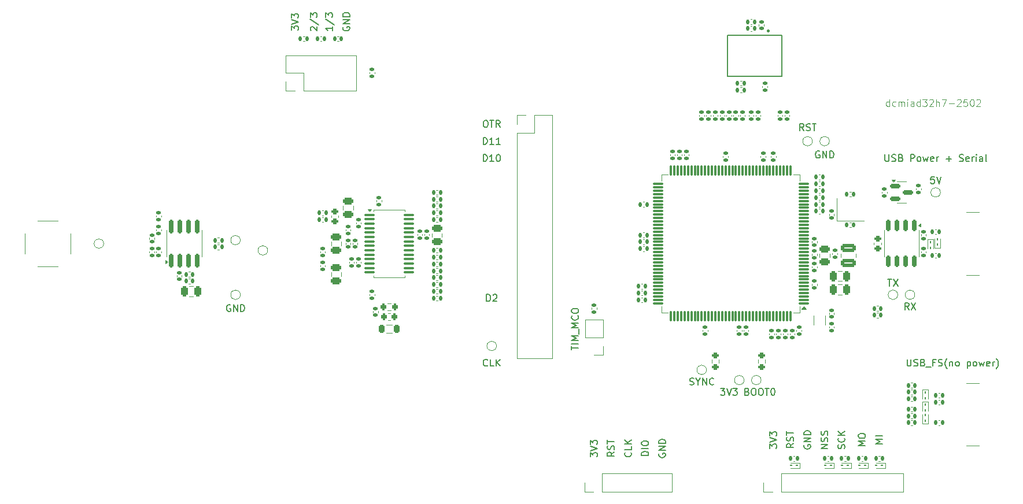
<source format=gto>
G04 #@! TF.GenerationSoftware,KiCad,Pcbnew,8.0.9-8.0.9-0~ubuntu22.04.1*
G04 #@! TF.CreationDate,2025-02-26T12:05:10+08:00*
G04 #@! TF.ProjectId,dcmiad32h7,64636d69-6164-4333-9268-372e6b696361,rev?*
G04 #@! TF.SameCoordinates,Original*
G04 #@! TF.FileFunction,Legend,Top*
G04 #@! TF.FilePolarity,Positive*
%FSLAX46Y46*%
G04 Gerber Fmt 4.6, Leading zero omitted, Abs format (unit mm)*
G04 Created by KiCad (PCBNEW 8.0.9-8.0.9-0~ubuntu22.04.1) date 2025-02-26 12:05:10*
%MOMM*%
%LPD*%
G01*
G04 APERTURE LIST*
G04 Aperture macros list*
%AMRoundRect*
0 Rectangle with rounded corners*
0 $1 Rounding radius*
0 $2 $3 $4 $5 $6 $7 $8 $9 X,Y pos of 4 corners*
0 Add a 4 corners polygon primitive as box body*
4,1,4,$2,$3,$4,$5,$6,$7,$8,$9,$2,$3,0*
0 Add four circle primitives for the rounded corners*
1,1,$1+$1,$2,$3*
1,1,$1+$1,$4,$5*
1,1,$1+$1,$6,$7*
1,1,$1+$1,$8,$9*
0 Add four rect primitives between the rounded corners*
20,1,$1+$1,$2,$3,$4,$5,0*
20,1,$1+$1,$4,$5,$6,$7,0*
20,1,$1+$1,$6,$7,$8,$9,0*
20,1,$1+$1,$8,$9,$2,$3,0*%
G04 Aperture macros list end*
%ADD10C,0.100000*%
%ADD11C,0.150000*%
%ADD12C,0.120000*%
%ADD13C,0.200000*%
%ADD14C,0.250000*%
%ADD15C,1.000000*%
%ADD16RoundRect,0.145000X-0.165000X0.145000X-0.165000X-0.145000X0.165000X-0.145000X0.165000X0.145000X0*%
%ADD17RoundRect,0.145000X-0.145000X-0.165000X0.145000X-0.165000X0.145000X0.165000X-0.145000X0.165000X0*%
%ADD18RoundRect,0.200000X-0.200000X-0.275000X0.200000X-0.275000X0.200000X0.275000X-0.200000X0.275000X0*%
%ADD19RoundRect,0.145000X0.165000X-0.145000X0.165000X0.145000X-0.165000X0.145000X-0.165000X-0.145000X0*%
%ADD20RoundRect,0.145000X0.145000X0.165000X-0.145000X0.165000X-0.145000X-0.165000X0.145000X-0.165000X0*%
%ADD21RoundRect,0.250000X-0.475000X0.250000X-0.475000X-0.250000X0.475000X-0.250000X0.475000X0.250000X0*%
%ADD22RoundRect,0.250000X0.250000X0.475000X-0.250000X0.475000X-0.250000X-0.475000X0.250000X-0.475000X0*%
%ADD23C,0.400000*%
%ADD24RoundRect,0.150000X-0.587500X-0.150000X0.587500X-0.150000X0.587500X0.150000X-0.587500X0.150000X0*%
%ADD25RoundRect,0.150000X-0.150000X0.675000X-0.150000X-0.675000X0.150000X-0.675000X0.150000X0.675000X0*%
%ADD26RoundRect,0.200000X0.200000X0.275000X-0.200000X0.275000X-0.200000X-0.275000X0.200000X-0.275000X0*%
%ADD27R,1.700000X1.700000*%
%ADD28O,1.700000X1.700000*%
%ADD29C,0.650000*%
%ADD30R,1.150000X0.300000*%
%ADD31O,2.100000X1.000000*%
%ADD32O,1.600000X1.000000*%
%ADD33R,1.400000X1.200000*%
%ADD34RoundRect,0.200000X-0.275000X0.200000X-0.275000X-0.200000X0.275000X-0.200000X0.275000X0.200000X0*%
%ADD35RoundRect,0.062500X-0.117500X-0.062500X0.117500X-0.062500X0.117500X0.062500X-0.117500X0.062500X0*%
%ADD36RoundRect,0.062500X0.062500X-0.117500X0.062500X0.117500X-0.062500X0.117500X-0.062500X-0.117500X0*%
%ADD37RoundRect,0.075000X0.662500X0.075000X-0.662500X0.075000X-0.662500X-0.075000X0.662500X-0.075000X0*%
%ADD38RoundRect,0.075000X0.075000X0.662500X-0.075000X0.662500X-0.075000X-0.662500X0.075000X-0.662500X0*%
%ADD39RoundRect,0.250000X0.475000X-0.250000X0.475000X0.250000X-0.475000X0.250000X-0.475000X-0.250000X0*%
%ADD40RoundRect,0.100000X-0.637500X-0.100000X0.637500X-0.100000X0.637500X0.100000X-0.637500X0.100000X0*%
%ADD41RoundRect,0.250000X0.850000X-0.375000X0.850000X0.375000X-0.850000X0.375000X-0.850000X-0.375000X0*%
%ADD42RoundRect,0.218750X-0.218750X-0.381250X0.218750X-0.381250X0.218750X0.381250X-0.218750X0.381250X0*%
%ADD43R,1.800000X1.000000*%
%ADD44RoundRect,0.150000X0.150000X-0.825000X0.150000X0.825000X-0.150000X0.825000X-0.150000X-0.825000X0*%
%ADD45RoundRect,0.062500X-0.062500X0.117500X-0.062500X-0.117500X0.062500X-0.117500X0.062500X0.117500X0*%
%ADD46RoundRect,0.200000X0.275000X-0.200000X0.275000X0.200000X-0.275000X0.200000X-0.275000X-0.200000X0*%
%ADD47C,2.050000*%
%ADD48C,2.250000*%
G04 APERTURE END LIST*
D10*
X183232455Y-79872419D02*
X183232455Y-78872419D01*
X183232455Y-79824800D02*
X183137217Y-79872419D01*
X183137217Y-79872419D02*
X182946741Y-79872419D01*
X182946741Y-79872419D02*
X182851503Y-79824800D01*
X182851503Y-79824800D02*
X182803884Y-79777180D01*
X182803884Y-79777180D02*
X182756265Y-79681942D01*
X182756265Y-79681942D02*
X182756265Y-79396228D01*
X182756265Y-79396228D02*
X182803884Y-79300990D01*
X182803884Y-79300990D02*
X182851503Y-79253371D01*
X182851503Y-79253371D02*
X182946741Y-79205752D01*
X182946741Y-79205752D02*
X183137217Y-79205752D01*
X183137217Y-79205752D02*
X183232455Y-79253371D01*
X184137217Y-79824800D02*
X184041979Y-79872419D01*
X184041979Y-79872419D02*
X183851503Y-79872419D01*
X183851503Y-79872419D02*
X183756265Y-79824800D01*
X183756265Y-79824800D02*
X183708646Y-79777180D01*
X183708646Y-79777180D02*
X183661027Y-79681942D01*
X183661027Y-79681942D02*
X183661027Y-79396228D01*
X183661027Y-79396228D02*
X183708646Y-79300990D01*
X183708646Y-79300990D02*
X183756265Y-79253371D01*
X183756265Y-79253371D02*
X183851503Y-79205752D01*
X183851503Y-79205752D02*
X184041979Y-79205752D01*
X184041979Y-79205752D02*
X184137217Y-79253371D01*
X184565789Y-79872419D02*
X184565789Y-79205752D01*
X184565789Y-79300990D02*
X184613408Y-79253371D01*
X184613408Y-79253371D02*
X184708646Y-79205752D01*
X184708646Y-79205752D02*
X184851503Y-79205752D01*
X184851503Y-79205752D02*
X184946741Y-79253371D01*
X184946741Y-79253371D02*
X184994360Y-79348609D01*
X184994360Y-79348609D02*
X184994360Y-79872419D01*
X184994360Y-79348609D02*
X185041979Y-79253371D01*
X185041979Y-79253371D02*
X185137217Y-79205752D01*
X185137217Y-79205752D02*
X185280074Y-79205752D01*
X185280074Y-79205752D02*
X185375313Y-79253371D01*
X185375313Y-79253371D02*
X185422932Y-79348609D01*
X185422932Y-79348609D02*
X185422932Y-79872419D01*
X185899122Y-79872419D02*
X185899122Y-79205752D01*
X185899122Y-78872419D02*
X185851503Y-78920038D01*
X185851503Y-78920038D02*
X185899122Y-78967657D01*
X185899122Y-78967657D02*
X185946741Y-78920038D01*
X185946741Y-78920038D02*
X185899122Y-78872419D01*
X185899122Y-78872419D02*
X185899122Y-78967657D01*
X186803883Y-79872419D02*
X186803883Y-79348609D01*
X186803883Y-79348609D02*
X186756264Y-79253371D01*
X186756264Y-79253371D02*
X186661026Y-79205752D01*
X186661026Y-79205752D02*
X186470550Y-79205752D01*
X186470550Y-79205752D02*
X186375312Y-79253371D01*
X186803883Y-79824800D02*
X186708645Y-79872419D01*
X186708645Y-79872419D02*
X186470550Y-79872419D01*
X186470550Y-79872419D02*
X186375312Y-79824800D01*
X186375312Y-79824800D02*
X186327693Y-79729561D01*
X186327693Y-79729561D02*
X186327693Y-79634323D01*
X186327693Y-79634323D02*
X186375312Y-79539085D01*
X186375312Y-79539085D02*
X186470550Y-79491466D01*
X186470550Y-79491466D02*
X186708645Y-79491466D01*
X186708645Y-79491466D02*
X186803883Y-79443847D01*
X187708645Y-79872419D02*
X187708645Y-78872419D01*
X187708645Y-79824800D02*
X187613407Y-79872419D01*
X187613407Y-79872419D02*
X187422931Y-79872419D01*
X187422931Y-79872419D02*
X187327693Y-79824800D01*
X187327693Y-79824800D02*
X187280074Y-79777180D01*
X187280074Y-79777180D02*
X187232455Y-79681942D01*
X187232455Y-79681942D02*
X187232455Y-79396228D01*
X187232455Y-79396228D02*
X187280074Y-79300990D01*
X187280074Y-79300990D02*
X187327693Y-79253371D01*
X187327693Y-79253371D02*
X187422931Y-79205752D01*
X187422931Y-79205752D02*
X187613407Y-79205752D01*
X187613407Y-79205752D02*
X187708645Y-79253371D01*
X188089598Y-78872419D02*
X188708645Y-78872419D01*
X188708645Y-78872419D02*
X188375312Y-79253371D01*
X188375312Y-79253371D02*
X188518169Y-79253371D01*
X188518169Y-79253371D02*
X188613407Y-79300990D01*
X188613407Y-79300990D02*
X188661026Y-79348609D01*
X188661026Y-79348609D02*
X188708645Y-79443847D01*
X188708645Y-79443847D02*
X188708645Y-79681942D01*
X188708645Y-79681942D02*
X188661026Y-79777180D01*
X188661026Y-79777180D02*
X188613407Y-79824800D01*
X188613407Y-79824800D02*
X188518169Y-79872419D01*
X188518169Y-79872419D02*
X188232455Y-79872419D01*
X188232455Y-79872419D02*
X188137217Y-79824800D01*
X188137217Y-79824800D02*
X188089598Y-79777180D01*
X189089598Y-78967657D02*
X189137217Y-78920038D01*
X189137217Y-78920038D02*
X189232455Y-78872419D01*
X189232455Y-78872419D02*
X189470550Y-78872419D01*
X189470550Y-78872419D02*
X189565788Y-78920038D01*
X189565788Y-78920038D02*
X189613407Y-78967657D01*
X189613407Y-78967657D02*
X189661026Y-79062895D01*
X189661026Y-79062895D02*
X189661026Y-79158133D01*
X189661026Y-79158133D02*
X189613407Y-79300990D01*
X189613407Y-79300990D02*
X189041979Y-79872419D01*
X189041979Y-79872419D02*
X189661026Y-79872419D01*
X190089598Y-79872419D02*
X190089598Y-78872419D01*
X190518169Y-79872419D02*
X190518169Y-79348609D01*
X190518169Y-79348609D02*
X190470550Y-79253371D01*
X190470550Y-79253371D02*
X190375312Y-79205752D01*
X190375312Y-79205752D02*
X190232455Y-79205752D01*
X190232455Y-79205752D02*
X190137217Y-79253371D01*
X190137217Y-79253371D02*
X190089598Y-79300990D01*
X190899122Y-78872419D02*
X191565788Y-78872419D01*
X191565788Y-78872419D02*
X191137217Y-79872419D01*
X191946741Y-79491466D02*
X192708646Y-79491466D01*
X193137217Y-78967657D02*
X193184836Y-78920038D01*
X193184836Y-78920038D02*
X193280074Y-78872419D01*
X193280074Y-78872419D02*
X193518169Y-78872419D01*
X193518169Y-78872419D02*
X193613407Y-78920038D01*
X193613407Y-78920038D02*
X193661026Y-78967657D01*
X193661026Y-78967657D02*
X193708645Y-79062895D01*
X193708645Y-79062895D02*
X193708645Y-79158133D01*
X193708645Y-79158133D02*
X193661026Y-79300990D01*
X193661026Y-79300990D02*
X193089598Y-79872419D01*
X193089598Y-79872419D02*
X193708645Y-79872419D01*
X194613407Y-78872419D02*
X194137217Y-78872419D01*
X194137217Y-78872419D02*
X194089598Y-79348609D01*
X194089598Y-79348609D02*
X194137217Y-79300990D01*
X194137217Y-79300990D02*
X194232455Y-79253371D01*
X194232455Y-79253371D02*
X194470550Y-79253371D01*
X194470550Y-79253371D02*
X194565788Y-79300990D01*
X194565788Y-79300990D02*
X194613407Y-79348609D01*
X194613407Y-79348609D02*
X194661026Y-79443847D01*
X194661026Y-79443847D02*
X194661026Y-79681942D01*
X194661026Y-79681942D02*
X194613407Y-79777180D01*
X194613407Y-79777180D02*
X194565788Y-79824800D01*
X194565788Y-79824800D02*
X194470550Y-79872419D01*
X194470550Y-79872419D02*
X194232455Y-79872419D01*
X194232455Y-79872419D02*
X194137217Y-79824800D01*
X194137217Y-79824800D02*
X194089598Y-79777180D01*
X195280074Y-78872419D02*
X195375312Y-78872419D01*
X195375312Y-78872419D02*
X195470550Y-78920038D01*
X195470550Y-78920038D02*
X195518169Y-78967657D01*
X195518169Y-78967657D02*
X195565788Y-79062895D01*
X195565788Y-79062895D02*
X195613407Y-79253371D01*
X195613407Y-79253371D02*
X195613407Y-79491466D01*
X195613407Y-79491466D02*
X195565788Y-79681942D01*
X195565788Y-79681942D02*
X195518169Y-79777180D01*
X195518169Y-79777180D02*
X195470550Y-79824800D01*
X195470550Y-79824800D02*
X195375312Y-79872419D01*
X195375312Y-79872419D02*
X195280074Y-79872419D01*
X195280074Y-79872419D02*
X195184836Y-79824800D01*
X195184836Y-79824800D02*
X195137217Y-79777180D01*
X195137217Y-79777180D02*
X195089598Y-79681942D01*
X195089598Y-79681942D02*
X195041979Y-79491466D01*
X195041979Y-79491466D02*
X195041979Y-79253371D01*
X195041979Y-79253371D02*
X195089598Y-79062895D01*
X195089598Y-79062895D02*
X195137217Y-78967657D01*
X195137217Y-78967657D02*
X195184836Y-78920038D01*
X195184836Y-78920038D02*
X195280074Y-78872419D01*
X195994360Y-78967657D02*
X196041979Y-78920038D01*
X196041979Y-78920038D02*
X196137217Y-78872419D01*
X196137217Y-78872419D02*
X196375312Y-78872419D01*
X196375312Y-78872419D02*
X196470550Y-78920038D01*
X196470550Y-78920038D02*
X196518169Y-78967657D01*
X196518169Y-78967657D02*
X196565788Y-79062895D01*
X196565788Y-79062895D02*
X196565788Y-79158133D01*
X196565788Y-79158133D02*
X196518169Y-79300990D01*
X196518169Y-79300990D02*
X195946741Y-79872419D01*
X195946741Y-79872419D02*
X196565788Y-79872419D01*
D11*
X182595237Y-86954819D02*
X182595237Y-87764342D01*
X182595237Y-87764342D02*
X182642856Y-87859580D01*
X182642856Y-87859580D02*
X182690475Y-87907200D01*
X182690475Y-87907200D02*
X182785713Y-87954819D01*
X182785713Y-87954819D02*
X182976189Y-87954819D01*
X182976189Y-87954819D02*
X183071427Y-87907200D01*
X183071427Y-87907200D02*
X183119046Y-87859580D01*
X183119046Y-87859580D02*
X183166665Y-87764342D01*
X183166665Y-87764342D02*
X183166665Y-86954819D01*
X183595237Y-87907200D02*
X183738094Y-87954819D01*
X183738094Y-87954819D02*
X183976189Y-87954819D01*
X183976189Y-87954819D02*
X184071427Y-87907200D01*
X184071427Y-87907200D02*
X184119046Y-87859580D01*
X184119046Y-87859580D02*
X184166665Y-87764342D01*
X184166665Y-87764342D02*
X184166665Y-87669104D01*
X184166665Y-87669104D02*
X184119046Y-87573866D01*
X184119046Y-87573866D02*
X184071427Y-87526247D01*
X184071427Y-87526247D02*
X183976189Y-87478628D01*
X183976189Y-87478628D02*
X183785713Y-87431009D01*
X183785713Y-87431009D02*
X183690475Y-87383390D01*
X183690475Y-87383390D02*
X183642856Y-87335771D01*
X183642856Y-87335771D02*
X183595237Y-87240533D01*
X183595237Y-87240533D02*
X183595237Y-87145295D01*
X183595237Y-87145295D02*
X183642856Y-87050057D01*
X183642856Y-87050057D02*
X183690475Y-87002438D01*
X183690475Y-87002438D02*
X183785713Y-86954819D01*
X183785713Y-86954819D02*
X184023808Y-86954819D01*
X184023808Y-86954819D02*
X184166665Y-87002438D01*
X184928570Y-87431009D02*
X185071427Y-87478628D01*
X185071427Y-87478628D02*
X185119046Y-87526247D01*
X185119046Y-87526247D02*
X185166665Y-87621485D01*
X185166665Y-87621485D02*
X185166665Y-87764342D01*
X185166665Y-87764342D02*
X185119046Y-87859580D01*
X185119046Y-87859580D02*
X185071427Y-87907200D01*
X185071427Y-87907200D02*
X184976189Y-87954819D01*
X184976189Y-87954819D02*
X184595237Y-87954819D01*
X184595237Y-87954819D02*
X184595237Y-86954819D01*
X184595237Y-86954819D02*
X184928570Y-86954819D01*
X184928570Y-86954819D02*
X185023808Y-87002438D01*
X185023808Y-87002438D02*
X185071427Y-87050057D01*
X185071427Y-87050057D02*
X185119046Y-87145295D01*
X185119046Y-87145295D02*
X185119046Y-87240533D01*
X185119046Y-87240533D02*
X185071427Y-87335771D01*
X185071427Y-87335771D02*
X185023808Y-87383390D01*
X185023808Y-87383390D02*
X184928570Y-87431009D01*
X184928570Y-87431009D02*
X184595237Y-87431009D01*
X186357142Y-87954819D02*
X186357142Y-86954819D01*
X186357142Y-86954819D02*
X186738094Y-86954819D01*
X186738094Y-86954819D02*
X186833332Y-87002438D01*
X186833332Y-87002438D02*
X186880951Y-87050057D01*
X186880951Y-87050057D02*
X186928570Y-87145295D01*
X186928570Y-87145295D02*
X186928570Y-87288152D01*
X186928570Y-87288152D02*
X186880951Y-87383390D01*
X186880951Y-87383390D02*
X186833332Y-87431009D01*
X186833332Y-87431009D02*
X186738094Y-87478628D01*
X186738094Y-87478628D02*
X186357142Y-87478628D01*
X187499999Y-87954819D02*
X187404761Y-87907200D01*
X187404761Y-87907200D02*
X187357142Y-87859580D01*
X187357142Y-87859580D02*
X187309523Y-87764342D01*
X187309523Y-87764342D02*
X187309523Y-87478628D01*
X187309523Y-87478628D02*
X187357142Y-87383390D01*
X187357142Y-87383390D02*
X187404761Y-87335771D01*
X187404761Y-87335771D02*
X187499999Y-87288152D01*
X187499999Y-87288152D02*
X187642856Y-87288152D01*
X187642856Y-87288152D02*
X187738094Y-87335771D01*
X187738094Y-87335771D02*
X187785713Y-87383390D01*
X187785713Y-87383390D02*
X187833332Y-87478628D01*
X187833332Y-87478628D02*
X187833332Y-87764342D01*
X187833332Y-87764342D02*
X187785713Y-87859580D01*
X187785713Y-87859580D02*
X187738094Y-87907200D01*
X187738094Y-87907200D02*
X187642856Y-87954819D01*
X187642856Y-87954819D02*
X187499999Y-87954819D01*
X188166666Y-87288152D02*
X188357142Y-87954819D01*
X188357142Y-87954819D02*
X188547618Y-87478628D01*
X188547618Y-87478628D02*
X188738094Y-87954819D01*
X188738094Y-87954819D02*
X188928570Y-87288152D01*
X189690475Y-87907200D02*
X189595237Y-87954819D01*
X189595237Y-87954819D02*
X189404761Y-87954819D01*
X189404761Y-87954819D02*
X189309523Y-87907200D01*
X189309523Y-87907200D02*
X189261904Y-87811961D01*
X189261904Y-87811961D02*
X189261904Y-87431009D01*
X189261904Y-87431009D02*
X189309523Y-87335771D01*
X189309523Y-87335771D02*
X189404761Y-87288152D01*
X189404761Y-87288152D02*
X189595237Y-87288152D01*
X189595237Y-87288152D02*
X189690475Y-87335771D01*
X189690475Y-87335771D02*
X189738094Y-87431009D01*
X189738094Y-87431009D02*
X189738094Y-87526247D01*
X189738094Y-87526247D02*
X189261904Y-87621485D01*
X190166666Y-87954819D02*
X190166666Y-87288152D01*
X190166666Y-87478628D02*
X190214285Y-87383390D01*
X190214285Y-87383390D02*
X190261904Y-87335771D01*
X190261904Y-87335771D02*
X190357142Y-87288152D01*
X190357142Y-87288152D02*
X190452380Y-87288152D01*
X191547619Y-87573866D02*
X192309524Y-87573866D01*
X191928571Y-87954819D02*
X191928571Y-87192914D01*
X193500000Y-87907200D02*
X193642857Y-87954819D01*
X193642857Y-87954819D02*
X193880952Y-87954819D01*
X193880952Y-87954819D02*
X193976190Y-87907200D01*
X193976190Y-87907200D02*
X194023809Y-87859580D01*
X194023809Y-87859580D02*
X194071428Y-87764342D01*
X194071428Y-87764342D02*
X194071428Y-87669104D01*
X194071428Y-87669104D02*
X194023809Y-87573866D01*
X194023809Y-87573866D02*
X193976190Y-87526247D01*
X193976190Y-87526247D02*
X193880952Y-87478628D01*
X193880952Y-87478628D02*
X193690476Y-87431009D01*
X193690476Y-87431009D02*
X193595238Y-87383390D01*
X193595238Y-87383390D02*
X193547619Y-87335771D01*
X193547619Y-87335771D02*
X193500000Y-87240533D01*
X193500000Y-87240533D02*
X193500000Y-87145295D01*
X193500000Y-87145295D02*
X193547619Y-87050057D01*
X193547619Y-87050057D02*
X193595238Y-87002438D01*
X193595238Y-87002438D02*
X193690476Y-86954819D01*
X193690476Y-86954819D02*
X193928571Y-86954819D01*
X193928571Y-86954819D02*
X194071428Y-87002438D01*
X194880952Y-87907200D02*
X194785714Y-87954819D01*
X194785714Y-87954819D02*
X194595238Y-87954819D01*
X194595238Y-87954819D02*
X194500000Y-87907200D01*
X194500000Y-87907200D02*
X194452381Y-87811961D01*
X194452381Y-87811961D02*
X194452381Y-87431009D01*
X194452381Y-87431009D02*
X194500000Y-87335771D01*
X194500000Y-87335771D02*
X194595238Y-87288152D01*
X194595238Y-87288152D02*
X194785714Y-87288152D01*
X194785714Y-87288152D02*
X194880952Y-87335771D01*
X194880952Y-87335771D02*
X194928571Y-87431009D01*
X194928571Y-87431009D02*
X194928571Y-87526247D01*
X194928571Y-87526247D02*
X194452381Y-87621485D01*
X195357143Y-87954819D02*
X195357143Y-87288152D01*
X195357143Y-87478628D02*
X195404762Y-87383390D01*
X195404762Y-87383390D02*
X195452381Y-87335771D01*
X195452381Y-87335771D02*
X195547619Y-87288152D01*
X195547619Y-87288152D02*
X195642857Y-87288152D01*
X195976191Y-87954819D02*
X195976191Y-87288152D01*
X195976191Y-86954819D02*
X195928572Y-87002438D01*
X195928572Y-87002438D02*
X195976191Y-87050057D01*
X195976191Y-87050057D02*
X196023810Y-87002438D01*
X196023810Y-87002438D02*
X195976191Y-86954819D01*
X195976191Y-86954819D02*
X195976191Y-87050057D01*
X196880952Y-87954819D02*
X196880952Y-87431009D01*
X196880952Y-87431009D02*
X196833333Y-87335771D01*
X196833333Y-87335771D02*
X196738095Y-87288152D01*
X196738095Y-87288152D02*
X196547619Y-87288152D01*
X196547619Y-87288152D02*
X196452381Y-87335771D01*
X196880952Y-87907200D02*
X196785714Y-87954819D01*
X196785714Y-87954819D02*
X196547619Y-87954819D01*
X196547619Y-87954819D02*
X196452381Y-87907200D01*
X196452381Y-87907200D02*
X196404762Y-87811961D01*
X196404762Y-87811961D02*
X196404762Y-87716723D01*
X196404762Y-87716723D02*
X196452381Y-87621485D01*
X196452381Y-87621485D02*
X196547619Y-87573866D01*
X196547619Y-87573866D02*
X196785714Y-87573866D01*
X196785714Y-87573866D02*
X196880952Y-87526247D01*
X197500000Y-87954819D02*
X197404762Y-87907200D01*
X197404762Y-87907200D02*
X197357143Y-87811961D01*
X197357143Y-87811961D02*
X197357143Y-86954819D01*
X185833332Y-116954819D02*
X185833332Y-117764342D01*
X185833332Y-117764342D02*
X185880951Y-117859580D01*
X185880951Y-117859580D02*
X185928570Y-117907200D01*
X185928570Y-117907200D02*
X186023808Y-117954819D01*
X186023808Y-117954819D02*
X186214284Y-117954819D01*
X186214284Y-117954819D02*
X186309522Y-117907200D01*
X186309522Y-117907200D02*
X186357141Y-117859580D01*
X186357141Y-117859580D02*
X186404760Y-117764342D01*
X186404760Y-117764342D02*
X186404760Y-116954819D01*
X186833332Y-117907200D02*
X186976189Y-117954819D01*
X186976189Y-117954819D02*
X187214284Y-117954819D01*
X187214284Y-117954819D02*
X187309522Y-117907200D01*
X187309522Y-117907200D02*
X187357141Y-117859580D01*
X187357141Y-117859580D02*
X187404760Y-117764342D01*
X187404760Y-117764342D02*
X187404760Y-117669104D01*
X187404760Y-117669104D02*
X187357141Y-117573866D01*
X187357141Y-117573866D02*
X187309522Y-117526247D01*
X187309522Y-117526247D02*
X187214284Y-117478628D01*
X187214284Y-117478628D02*
X187023808Y-117431009D01*
X187023808Y-117431009D02*
X186928570Y-117383390D01*
X186928570Y-117383390D02*
X186880951Y-117335771D01*
X186880951Y-117335771D02*
X186833332Y-117240533D01*
X186833332Y-117240533D02*
X186833332Y-117145295D01*
X186833332Y-117145295D02*
X186880951Y-117050057D01*
X186880951Y-117050057D02*
X186928570Y-117002438D01*
X186928570Y-117002438D02*
X187023808Y-116954819D01*
X187023808Y-116954819D02*
X187261903Y-116954819D01*
X187261903Y-116954819D02*
X187404760Y-117002438D01*
X188166665Y-117431009D02*
X188309522Y-117478628D01*
X188309522Y-117478628D02*
X188357141Y-117526247D01*
X188357141Y-117526247D02*
X188404760Y-117621485D01*
X188404760Y-117621485D02*
X188404760Y-117764342D01*
X188404760Y-117764342D02*
X188357141Y-117859580D01*
X188357141Y-117859580D02*
X188309522Y-117907200D01*
X188309522Y-117907200D02*
X188214284Y-117954819D01*
X188214284Y-117954819D02*
X187833332Y-117954819D01*
X187833332Y-117954819D02*
X187833332Y-116954819D01*
X187833332Y-116954819D02*
X188166665Y-116954819D01*
X188166665Y-116954819D02*
X188261903Y-117002438D01*
X188261903Y-117002438D02*
X188309522Y-117050057D01*
X188309522Y-117050057D02*
X188357141Y-117145295D01*
X188357141Y-117145295D02*
X188357141Y-117240533D01*
X188357141Y-117240533D02*
X188309522Y-117335771D01*
X188309522Y-117335771D02*
X188261903Y-117383390D01*
X188261903Y-117383390D02*
X188166665Y-117431009D01*
X188166665Y-117431009D02*
X187833332Y-117431009D01*
X188595237Y-118050057D02*
X189357141Y-118050057D01*
X189928570Y-117431009D02*
X189595237Y-117431009D01*
X189595237Y-117954819D02*
X189595237Y-116954819D01*
X189595237Y-116954819D02*
X190071427Y-116954819D01*
X190404761Y-117907200D02*
X190547618Y-117954819D01*
X190547618Y-117954819D02*
X190785713Y-117954819D01*
X190785713Y-117954819D02*
X190880951Y-117907200D01*
X190880951Y-117907200D02*
X190928570Y-117859580D01*
X190928570Y-117859580D02*
X190976189Y-117764342D01*
X190976189Y-117764342D02*
X190976189Y-117669104D01*
X190976189Y-117669104D02*
X190928570Y-117573866D01*
X190928570Y-117573866D02*
X190880951Y-117526247D01*
X190880951Y-117526247D02*
X190785713Y-117478628D01*
X190785713Y-117478628D02*
X190595237Y-117431009D01*
X190595237Y-117431009D02*
X190499999Y-117383390D01*
X190499999Y-117383390D02*
X190452380Y-117335771D01*
X190452380Y-117335771D02*
X190404761Y-117240533D01*
X190404761Y-117240533D02*
X190404761Y-117145295D01*
X190404761Y-117145295D02*
X190452380Y-117050057D01*
X190452380Y-117050057D02*
X190499999Y-117002438D01*
X190499999Y-117002438D02*
X190595237Y-116954819D01*
X190595237Y-116954819D02*
X190833332Y-116954819D01*
X190833332Y-116954819D02*
X190976189Y-117002438D01*
X191690475Y-118335771D02*
X191642856Y-118288152D01*
X191642856Y-118288152D02*
X191547618Y-118145295D01*
X191547618Y-118145295D02*
X191499999Y-118050057D01*
X191499999Y-118050057D02*
X191452380Y-117907200D01*
X191452380Y-117907200D02*
X191404761Y-117669104D01*
X191404761Y-117669104D02*
X191404761Y-117478628D01*
X191404761Y-117478628D02*
X191452380Y-117240533D01*
X191452380Y-117240533D02*
X191499999Y-117097676D01*
X191499999Y-117097676D02*
X191547618Y-117002438D01*
X191547618Y-117002438D02*
X191642856Y-116859580D01*
X191642856Y-116859580D02*
X191690475Y-116811961D01*
X192071428Y-117288152D02*
X192071428Y-117954819D01*
X192071428Y-117383390D02*
X192119047Y-117335771D01*
X192119047Y-117335771D02*
X192214285Y-117288152D01*
X192214285Y-117288152D02*
X192357142Y-117288152D01*
X192357142Y-117288152D02*
X192452380Y-117335771D01*
X192452380Y-117335771D02*
X192499999Y-117431009D01*
X192499999Y-117431009D02*
X192499999Y-117954819D01*
X193119047Y-117954819D02*
X193023809Y-117907200D01*
X193023809Y-117907200D02*
X192976190Y-117859580D01*
X192976190Y-117859580D02*
X192928571Y-117764342D01*
X192928571Y-117764342D02*
X192928571Y-117478628D01*
X192928571Y-117478628D02*
X192976190Y-117383390D01*
X192976190Y-117383390D02*
X193023809Y-117335771D01*
X193023809Y-117335771D02*
X193119047Y-117288152D01*
X193119047Y-117288152D02*
X193261904Y-117288152D01*
X193261904Y-117288152D02*
X193357142Y-117335771D01*
X193357142Y-117335771D02*
X193404761Y-117383390D01*
X193404761Y-117383390D02*
X193452380Y-117478628D01*
X193452380Y-117478628D02*
X193452380Y-117764342D01*
X193452380Y-117764342D02*
X193404761Y-117859580D01*
X193404761Y-117859580D02*
X193357142Y-117907200D01*
X193357142Y-117907200D02*
X193261904Y-117954819D01*
X193261904Y-117954819D02*
X193119047Y-117954819D01*
X194642857Y-117288152D02*
X194642857Y-118288152D01*
X194642857Y-117335771D02*
X194738095Y-117288152D01*
X194738095Y-117288152D02*
X194928571Y-117288152D01*
X194928571Y-117288152D02*
X195023809Y-117335771D01*
X195023809Y-117335771D02*
X195071428Y-117383390D01*
X195071428Y-117383390D02*
X195119047Y-117478628D01*
X195119047Y-117478628D02*
X195119047Y-117764342D01*
X195119047Y-117764342D02*
X195071428Y-117859580D01*
X195071428Y-117859580D02*
X195023809Y-117907200D01*
X195023809Y-117907200D02*
X194928571Y-117954819D01*
X194928571Y-117954819D02*
X194738095Y-117954819D01*
X194738095Y-117954819D02*
X194642857Y-117907200D01*
X195690476Y-117954819D02*
X195595238Y-117907200D01*
X195595238Y-117907200D02*
X195547619Y-117859580D01*
X195547619Y-117859580D02*
X195500000Y-117764342D01*
X195500000Y-117764342D02*
X195500000Y-117478628D01*
X195500000Y-117478628D02*
X195547619Y-117383390D01*
X195547619Y-117383390D02*
X195595238Y-117335771D01*
X195595238Y-117335771D02*
X195690476Y-117288152D01*
X195690476Y-117288152D02*
X195833333Y-117288152D01*
X195833333Y-117288152D02*
X195928571Y-117335771D01*
X195928571Y-117335771D02*
X195976190Y-117383390D01*
X195976190Y-117383390D02*
X196023809Y-117478628D01*
X196023809Y-117478628D02*
X196023809Y-117764342D01*
X196023809Y-117764342D02*
X195976190Y-117859580D01*
X195976190Y-117859580D02*
X195928571Y-117907200D01*
X195928571Y-117907200D02*
X195833333Y-117954819D01*
X195833333Y-117954819D02*
X195690476Y-117954819D01*
X196357143Y-117288152D02*
X196547619Y-117954819D01*
X196547619Y-117954819D02*
X196738095Y-117478628D01*
X196738095Y-117478628D02*
X196928571Y-117954819D01*
X196928571Y-117954819D02*
X197119047Y-117288152D01*
X197880952Y-117907200D02*
X197785714Y-117954819D01*
X197785714Y-117954819D02*
X197595238Y-117954819D01*
X197595238Y-117954819D02*
X197500000Y-117907200D01*
X197500000Y-117907200D02*
X197452381Y-117811961D01*
X197452381Y-117811961D02*
X197452381Y-117431009D01*
X197452381Y-117431009D02*
X197500000Y-117335771D01*
X197500000Y-117335771D02*
X197595238Y-117288152D01*
X197595238Y-117288152D02*
X197785714Y-117288152D01*
X197785714Y-117288152D02*
X197880952Y-117335771D01*
X197880952Y-117335771D02*
X197928571Y-117431009D01*
X197928571Y-117431009D02*
X197928571Y-117526247D01*
X197928571Y-117526247D02*
X197452381Y-117621485D01*
X198357143Y-117954819D02*
X198357143Y-117288152D01*
X198357143Y-117478628D02*
X198404762Y-117383390D01*
X198404762Y-117383390D02*
X198452381Y-117335771D01*
X198452381Y-117335771D02*
X198547619Y-117288152D01*
X198547619Y-117288152D02*
X198642857Y-117288152D01*
X198880953Y-118335771D02*
X198928572Y-118288152D01*
X198928572Y-118288152D02*
X199023810Y-118145295D01*
X199023810Y-118145295D02*
X199071429Y-118050057D01*
X199071429Y-118050057D02*
X199119048Y-117907200D01*
X199119048Y-117907200D02*
X199166667Y-117669104D01*
X199166667Y-117669104D02*
X199166667Y-117478628D01*
X199166667Y-117478628D02*
X199119048Y-117240533D01*
X199119048Y-117240533D02*
X199071429Y-117097676D01*
X199071429Y-117097676D02*
X199023810Y-117002438D01*
X199023810Y-117002438D02*
X198928572Y-116859580D01*
X198928572Y-116859580D02*
X198880953Y-116811961D01*
X172988095Y-86502438D02*
X172892857Y-86454819D01*
X172892857Y-86454819D02*
X172750000Y-86454819D01*
X172750000Y-86454819D02*
X172607143Y-86502438D01*
X172607143Y-86502438D02*
X172511905Y-86597676D01*
X172511905Y-86597676D02*
X172464286Y-86692914D01*
X172464286Y-86692914D02*
X172416667Y-86883390D01*
X172416667Y-86883390D02*
X172416667Y-87026247D01*
X172416667Y-87026247D02*
X172464286Y-87216723D01*
X172464286Y-87216723D02*
X172511905Y-87311961D01*
X172511905Y-87311961D02*
X172607143Y-87407200D01*
X172607143Y-87407200D02*
X172750000Y-87454819D01*
X172750000Y-87454819D02*
X172845238Y-87454819D01*
X172845238Y-87454819D02*
X172988095Y-87407200D01*
X172988095Y-87407200D02*
X173035714Y-87359580D01*
X173035714Y-87359580D02*
X173035714Y-87026247D01*
X173035714Y-87026247D02*
X172845238Y-87026247D01*
X173464286Y-87454819D02*
X173464286Y-86454819D01*
X173464286Y-86454819D02*
X174035714Y-87454819D01*
X174035714Y-87454819D02*
X174035714Y-86454819D01*
X174511905Y-87454819D02*
X174511905Y-86454819D01*
X174511905Y-86454819D02*
X174750000Y-86454819D01*
X174750000Y-86454819D02*
X174892857Y-86502438D01*
X174892857Y-86502438D02*
X174988095Y-86597676D01*
X174988095Y-86597676D02*
X175035714Y-86692914D01*
X175035714Y-86692914D02*
X175083333Y-86883390D01*
X175083333Y-86883390D02*
X175083333Y-87026247D01*
X175083333Y-87026247D02*
X175035714Y-87216723D01*
X175035714Y-87216723D02*
X174988095Y-87311961D01*
X174988095Y-87311961D02*
X174892857Y-87407200D01*
X174892857Y-87407200D02*
X174750000Y-87454819D01*
X174750000Y-87454819D02*
X174511905Y-87454819D01*
X170702380Y-83454819D02*
X170369047Y-82978628D01*
X170130952Y-83454819D02*
X170130952Y-82454819D01*
X170130952Y-82454819D02*
X170511904Y-82454819D01*
X170511904Y-82454819D02*
X170607142Y-82502438D01*
X170607142Y-82502438D02*
X170654761Y-82550057D01*
X170654761Y-82550057D02*
X170702380Y-82645295D01*
X170702380Y-82645295D02*
X170702380Y-82788152D01*
X170702380Y-82788152D02*
X170654761Y-82883390D01*
X170654761Y-82883390D02*
X170607142Y-82931009D01*
X170607142Y-82931009D02*
X170511904Y-82978628D01*
X170511904Y-82978628D02*
X170130952Y-82978628D01*
X171083333Y-83407200D02*
X171226190Y-83454819D01*
X171226190Y-83454819D02*
X171464285Y-83454819D01*
X171464285Y-83454819D02*
X171559523Y-83407200D01*
X171559523Y-83407200D02*
X171607142Y-83359580D01*
X171607142Y-83359580D02*
X171654761Y-83264342D01*
X171654761Y-83264342D02*
X171654761Y-83169104D01*
X171654761Y-83169104D02*
X171607142Y-83073866D01*
X171607142Y-83073866D02*
X171559523Y-83026247D01*
X171559523Y-83026247D02*
X171464285Y-82978628D01*
X171464285Y-82978628D02*
X171273809Y-82931009D01*
X171273809Y-82931009D02*
X171178571Y-82883390D01*
X171178571Y-82883390D02*
X171130952Y-82835771D01*
X171130952Y-82835771D02*
X171083333Y-82740533D01*
X171083333Y-82740533D02*
X171083333Y-82645295D01*
X171083333Y-82645295D02*
X171130952Y-82550057D01*
X171130952Y-82550057D02*
X171178571Y-82502438D01*
X171178571Y-82502438D02*
X171273809Y-82454819D01*
X171273809Y-82454819D02*
X171511904Y-82454819D01*
X171511904Y-82454819D02*
X171654761Y-82502438D01*
X171940476Y-82454819D02*
X172511904Y-82454819D01*
X172226190Y-83454819D02*
X172226190Y-82454819D01*
X189809523Y-90204819D02*
X189333333Y-90204819D01*
X189333333Y-90204819D02*
X189285714Y-90681009D01*
X189285714Y-90681009D02*
X189333333Y-90633390D01*
X189333333Y-90633390D02*
X189428571Y-90585771D01*
X189428571Y-90585771D02*
X189666666Y-90585771D01*
X189666666Y-90585771D02*
X189761904Y-90633390D01*
X189761904Y-90633390D02*
X189809523Y-90681009D01*
X189809523Y-90681009D02*
X189857142Y-90776247D01*
X189857142Y-90776247D02*
X189857142Y-91014342D01*
X189857142Y-91014342D02*
X189809523Y-91109580D01*
X189809523Y-91109580D02*
X189761904Y-91157200D01*
X189761904Y-91157200D02*
X189666666Y-91204819D01*
X189666666Y-91204819D02*
X189428571Y-91204819D01*
X189428571Y-91204819D02*
X189333333Y-91157200D01*
X189333333Y-91157200D02*
X189285714Y-91109580D01*
X190142857Y-90204819D02*
X190476190Y-91204819D01*
X190476190Y-91204819D02*
X190809523Y-90204819D01*
X186083333Y-109704819D02*
X185750000Y-109228628D01*
X185511905Y-109704819D02*
X185511905Y-108704819D01*
X185511905Y-108704819D02*
X185892857Y-108704819D01*
X185892857Y-108704819D02*
X185988095Y-108752438D01*
X185988095Y-108752438D02*
X186035714Y-108800057D01*
X186035714Y-108800057D02*
X186083333Y-108895295D01*
X186083333Y-108895295D02*
X186083333Y-109038152D01*
X186083333Y-109038152D02*
X186035714Y-109133390D01*
X186035714Y-109133390D02*
X185988095Y-109181009D01*
X185988095Y-109181009D02*
X185892857Y-109228628D01*
X185892857Y-109228628D02*
X185511905Y-109228628D01*
X186416667Y-108704819D02*
X187083333Y-109704819D01*
X187083333Y-108704819D02*
X186416667Y-109704819D01*
X182988095Y-105204819D02*
X183559523Y-105204819D01*
X183273809Y-106204819D02*
X183273809Y-105204819D01*
X183797619Y-105204819D02*
X184464285Y-106204819D01*
X184464285Y-105204819D02*
X183797619Y-106204819D01*
X182204819Y-129321427D02*
X181204819Y-129321427D01*
X181204819Y-129321427D02*
X181919104Y-128988094D01*
X181919104Y-128988094D02*
X181204819Y-128654761D01*
X181204819Y-128654761D02*
X182204819Y-128654761D01*
X182204819Y-128178570D02*
X181204819Y-128178570D01*
X179704819Y-129607142D02*
X178704819Y-129607142D01*
X178704819Y-129607142D02*
X179419104Y-129273809D01*
X179419104Y-129273809D02*
X178704819Y-128940476D01*
X178704819Y-128940476D02*
X179704819Y-128940476D01*
X178704819Y-128273809D02*
X178704819Y-128083333D01*
X178704819Y-128083333D02*
X178752438Y-127988095D01*
X178752438Y-127988095D02*
X178847676Y-127892857D01*
X178847676Y-127892857D02*
X179038152Y-127845238D01*
X179038152Y-127845238D02*
X179371485Y-127845238D01*
X179371485Y-127845238D02*
X179561961Y-127892857D01*
X179561961Y-127892857D02*
X179657200Y-127988095D01*
X179657200Y-127988095D02*
X179704819Y-128083333D01*
X179704819Y-128083333D02*
X179704819Y-128273809D01*
X179704819Y-128273809D02*
X179657200Y-128369047D01*
X179657200Y-128369047D02*
X179561961Y-128464285D01*
X179561961Y-128464285D02*
X179371485Y-128511904D01*
X179371485Y-128511904D02*
X179038152Y-128511904D01*
X179038152Y-128511904D02*
X178847676Y-128464285D01*
X178847676Y-128464285D02*
X178752438Y-128369047D01*
X178752438Y-128369047D02*
X178704819Y-128273809D01*
X176657200Y-130035713D02*
X176704819Y-129892856D01*
X176704819Y-129892856D02*
X176704819Y-129654761D01*
X176704819Y-129654761D02*
X176657200Y-129559523D01*
X176657200Y-129559523D02*
X176609580Y-129511904D01*
X176609580Y-129511904D02*
X176514342Y-129464285D01*
X176514342Y-129464285D02*
X176419104Y-129464285D01*
X176419104Y-129464285D02*
X176323866Y-129511904D01*
X176323866Y-129511904D02*
X176276247Y-129559523D01*
X176276247Y-129559523D02*
X176228628Y-129654761D01*
X176228628Y-129654761D02*
X176181009Y-129845237D01*
X176181009Y-129845237D02*
X176133390Y-129940475D01*
X176133390Y-129940475D02*
X176085771Y-129988094D01*
X176085771Y-129988094D02*
X175990533Y-130035713D01*
X175990533Y-130035713D02*
X175895295Y-130035713D01*
X175895295Y-130035713D02*
X175800057Y-129988094D01*
X175800057Y-129988094D02*
X175752438Y-129940475D01*
X175752438Y-129940475D02*
X175704819Y-129845237D01*
X175704819Y-129845237D02*
X175704819Y-129607142D01*
X175704819Y-129607142D02*
X175752438Y-129464285D01*
X176609580Y-128464285D02*
X176657200Y-128511904D01*
X176657200Y-128511904D02*
X176704819Y-128654761D01*
X176704819Y-128654761D02*
X176704819Y-128749999D01*
X176704819Y-128749999D02*
X176657200Y-128892856D01*
X176657200Y-128892856D02*
X176561961Y-128988094D01*
X176561961Y-128988094D02*
X176466723Y-129035713D01*
X176466723Y-129035713D02*
X176276247Y-129083332D01*
X176276247Y-129083332D02*
X176133390Y-129083332D01*
X176133390Y-129083332D02*
X175942914Y-129035713D01*
X175942914Y-129035713D02*
X175847676Y-128988094D01*
X175847676Y-128988094D02*
X175752438Y-128892856D01*
X175752438Y-128892856D02*
X175704819Y-128749999D01*
X175704819Y-128749999D02*
X175704819Y-128654761D01*
X175704819Y-128654761D02*
X175752438Y-128511904D01*
X175752438Y-128511904D02*
X175800057Y-128464285D01*
X176704819Y-128035713D02*
X175704819Y-128035713D01*
X176704819Y-127464285D02*
X176133390Y-127892856D01*
X175704819Y-127464285D02*
X176276247Y-128035713D01*
X174204819Y-129988094D02*
X173204819Y-129988094D01*
X173204819Y-129988094D02*
X174204819Y-129416666D01*
X174204819Y-129416666D02*
X173204819Y-129416666D01*
X174157200Y-128988094D02*
X174204819Y-128845237D01*
X174204819Y-128845237D02*
X174204819Y-128607142D01*
X174204819Y-128607142D02*
X174157200Y-128511904D01*
X174157200Y-128511904D02*
X174109580Y-128464285D01*
X174109580Y-128464285D02*
X174014342Y-128416666D01*
X174014342Y-128416666D02*
X173919104Y-128416666D01*
X173919104Y-128416666D02*
X173823866Y-128464285D01*
X173823866Y-128464285D02*
X173776247Y-128511904D01*
X173776247Y-128511904D02*
X173728628Y-128607142D01*
X173728628Y-128607142D02*
X173681009Y-128797618D01*
X173681009Y-128797618D02*
X173633390Y-128892856D01*
X173633390Y-128892856D02*
X173585771Y-128940475D01*
X173585771Y-128940475D02*
X173490533Y-128988094D01*
X173490533Y-128988094D02*
X173395295Y-128988094D01*
X173395295Y-128988094D02*
X173300057Y-128940475D01*
X173300057Y-128940475D02*
X173252438Y-128892856D01*
X173252438Y-128892856D02*
X173204819Y-128797618D01*
X173204819Y-128797618D02*
X173204819Y-128559523D01*
X173204819Y-128559523D02*
X173252438Y-128416666D01*
X174157200Y-128035713D02*
X174204819Y-127892856D01*
X174204819Y-127892856D02*
X174204819Y-127654761D01*
X174204819Y-127654761D02*
X174157200Y-127559523D01*
X174157200Y-127559523D02*
X174109580Y-127511904D01*
X174109580Y-127511904D02*
X174014342Y-127464285D01*
X174014342Y-127464285D02*
X173919104Y-127464285D01*
X173919104Y-127464285D02*
X173823866Y-127511904D01*
X173823866Y-127511904D02*
X173776247Y-127559523D01*
X173776247Y-127559523D02*
X173728628Y-127654761D01*
X173728628Y-127654761D02*
X173681009Y-127845237D01*
X173681009Y-127845237D02*
X173633390Y-127940475D01*
X173633390Y-127940475D02*
X173585771Y-127988094D01*
X173585771Y-127988094D02*
X173490533Y-128035713D01*
X173490533Y-128035713D02*
X173395295Y-128035713D01*
X173395295Y-128035713D02*
X173300057Y-127988094D01*
X173300057Y-127988094D02*
X173252438Y-127940475D01*
X173252438Y-127940475D02*
X173204819Y-127845237D01*
X173204819Y-127845237D02*
X173204819Y-127607142D01*
X173204819Y-127607142D02*
X173252438Y-127464285D01*
X170752438Y-129511904D02*
X170704819Y-129607142D01*
X170704819Y-129607142D02*
X170704819Y-129749999D01*
X170704819Y-129749999D02*
X170752438Y-129892856D01*
X170752438Y-129892856D02*
X170847676Y-129988094D01*
X170847676Y-129988094D02*
X170942914Y-130035713D01*
X170942914Y-130035713D02*
X171133390Y-130083332D01*
X171133390Y-130083332D02*
X171276247Y-130083332D01*
X171276247Y-130083332D02*
X171466723Y-130035713D01*
X171466723Y-130035713D02*
X171561961Y-129988094D01*
X171561961Y-129988094D02*
X171657200Y-129892856D01*
X171657200Y-129892856D02*
X171704819Y-129749999D01*
X171704819Y-129749999D02*
X171704819Y-129654761D01*
X171704819Y-129654761D02*
X171657200Y-129511904D01*
X171657200Y-129511904D02*
X171609580Y-129464285D01*
X171609580Y-129464285D02*
X171276247Y-129464285D01*
X171276247Y-129464285D02*
X171276247Y-129654761D01*
X171704819Y-129035713D02*
X170704819Y-129035713D01*
X170704819Y-129035713D02*
X171704819Y-128464285D01*
X171704819Y-128464285D02*
X170704819Y-128464285D01*
X171704819Y-127988094D02*
X170704819Y-127988094D01*
X170704819Y-127988094D02*
X170704819Y-127749999D01*
X170704819Y-127749999D02*
X170752438Y-127607142D01*
X170752438Y-127607142D02*
X170847676Y-127511904D01*
X170847676Y-127511904D02*
X170942914Y-127464285D01*
X170942914Y-127464285D02*
X171133390Y-127416666D01*
X171133390Y-127416666D02*
X171276247Y-127416666D01*
X171276247Y-127416666D02*
X171466723Y-127464285D01*
X171466723Y-127464285D02*
X171561961Y-127511904D01*
X171561961Y-127511904D02*
X171657200Y-127607142D01*
X171657200Y-127607142D02*
X171704819Y-127749999D01*
X171704819Y-127749999D02*
X171704819Y-127988094D01*
X169204819Y-129297619D02*
X168728628Y-129630952D01*
X169204819Y-129869047D02*
X168204819Y-129869047D01*
X168204819Y-129869047D02*
X168204819Y-129488095D01*
X168204819Y-129488095D02*
X168252438Y-129392857D01*
X168252438Y-129392857D02*
X168300057Y-129345238D01*
X168300057Y-129345238D02*
X168395295Y-129297619D01*
X168395295Y-129297619D02*
X168538152Y-129297619D01*
X168538152Y-129297619D02*
X168633390Y-129345238D01*
X168633390Y-129345238D02*
X168681009Y-129392857D01*
X168681009Y-129392857D02*
X168728628Y-129488095D01*
X168728628Y-129488095D02*
X168728628Y-129869047D01*
X169157200Y-128916666D02*
X169204819Y-128773809D01*
X169204819Y-128773809D02*
X169204819Y-128535714D01*
X169204819Y-128535714D02*
X169157200Y-128440476D01*
X169157200Y-128440476D02*
X169109580Y-128392857D01*
X169109580Y-128392857D02*
X169014342Y-128345238D01*
X169014342Y-128345238D02*
X168919104Y-128345238D01*
X168919104Y-128345238D02*
X168823866Y-128392857D01*
X168823866Y-128392857D02*
X168776247Y-128440476D01*
X168776247Y-128440476D02*
X168728628Y-128535714D01*
X168728628Y-128535714D02*
X168681009Y-128726190D01*
X168681009Y-128726190D02*
X168633390Y-128821428D01*
X168633390Y-128821428D02*
X168585771Y-128869047D01*
X168585771Y-128869047D02*
X168490533Y-128916666D01*
X168490533Y-128916666D02*
X168395295Y-128916666D01*
X168395295Y-128916666D02*
X168300057Y-128869047D01*
X168300057Y-128869047D02*
X168252438Y-128821428D01*
X168252438Y-128821428D02*
X168204819Y-128726190D01*
X168204819Y-128726190D02*
X168204819Y-128488095D01*
X168204819Y-128488095D02*
X168252438Y-128345238D01*
X168204819Y-128059523D02*
X168204819Y-127488095D01*
X169204819Y-127773809D02*
X168204819Y-127773809D01*
X165704819Y-129988094D02*
X165704819Y-129369047D01*
X165704819Y-129369047D02*
X166085771Y-129702380D01*
X166085771Y-129702380D02*
X166085771Y-129559523D01*
X166085771Y-129559523D02*
X166133390Y-129464285D01*
X166133390Y-129464285D02*
X166181009Y-129416666D01*
X166181009Y-129416666D02*
X166276247Y-129369047D01*
X166276247Y-129369047D02*
X166514342Y-129369047D01*
X166514342Y-129369047D02*
X166609580Y-129416666D01*
X166609580Y-129416666D02*
X166657200Y-129464285D01*
X166657200Y-129464285D02*
X166704819Y-129559523D01*
X166704819Y-129559523D02*
X166704819Y-129845237D01*
X166704819Y-129845237D02*
X166657200Y-129940475D01*
X166657200Y-129940475D02*
X166609580Y-129988094D01*
X165704819Y-129083332D02*
X166704819Y-128749999D01*
X166704819Y-128749999D02*
X165704819Y-128416666D01*
X165704819Y-128178570D02*
X165704819Y-127559523D01*
X165704819Y-127559523D02*
X166085771Y-127892856D01*
X166085771Y-127892856D02*
X166085771Y-127749999D01*
X166085771Y-127749999D02*
X166133390Y-127654761D01*
X166133390Y-127654761D02*
X166181009Y-127607142D01*
X166181009Y-127607142D02*
X166276247Y-127559523D01*
X166276247Y-127559523D02*
X166514342Y-127559523D01*
X166514342Y-127559523D02*
X166609580Y-127607142D01*
X166609580Y-127607142D02*
X166657200Y-127654761D01*
X166657200Y-127654761D02*
X166704819Y-127749999D01*
X166704819Y-127749999D02*
X166704819Y-128035713D01*
X166704819Y-128035713D02*
X166657200Y-128130951D01*
X166657200Y-128130951D02*
X166609580Y-128178570D01*
X149502438Y-130761904D02*
X149454819Y-130857142D01*
X149454819Y-130857142D02*
X149454819Y-130999999D01*
X149454819Y-130999999D02*
X149502438Y-131142856D01*
X149502438Y-131142856D02*
X149597676Y-131238094D01*
X149597676Y-131238094D02*
X149692914Y-131285713D01*
X149692914Y-131285713D02*
X149883390Y-131333332D01*
X149883390Y-131333332D02*
X150026247Y-131333332D01*
X150026247Y-131333332D02*
X150216723Y-131285713D01*
X150216723Y-131285713D02*
X150311961Y-131238094D01*
X150311961Y-131238094D02*
X150407200Y-131142856D01*
X150407200Y-131142856D02*
X150454819Y-130999999D01*
X150454819Y-130999999D02*
X150454819Y-130904761D01*
X150454819Y-130904761D02*
X150407200Y-130761904D01*
X150407200Y-130761904D02*
X150359580Y-130714285D01*
X150359580Y-130714285D02*
X150026247Y-130714285D01*
X150026247Y-130714285D02*
X150026247Y-130904761D01*
X150454819Y-130285713D02*
X149454819Y-130285713D01*
X149454819Y-130285713D02*
X150454819Y-129714285D01*
X150454819Y-129714285D02*
X149454819Y-129714285D01*
X150454819Y-129238094D02*
X149454819Y-129238094D01*
X149454819Y-129238094D02*
X149454819Y-128999999D01*
X149454819Y-128999999D02*
X149502438Y-128857142D01*
X149502438Y-128857142D02*
X149597676Y-128761904D01*
X149597676Y-128761904D02*
X149692914Y-128714285D01*
X149692914Y-128714285D02*
X149883390Y-128666666D01*
X149883390Y-128666666D02*
X150026247Y-128666666D01*
X150026247Y-128666666D02*
X150216723Y-128714285D01*
X150216723Y-128714285D02*
X150311961Y-128761904D01*
X150311961Y-128761904D02*
X150407200Y-128857142D01*
X150407200Y-128857142D02*
X150454819Y-128999999D01*
X150454819Y-128999999D02*
X150454819Y-129238094D01*
X147954819Y-131023808D02*
X146954819Y-131023808D01*
X146954819Y-131023808D02*
X146954819Y-130785713D01*
X146954819Y-130785713D02*
X147002438Y-130642856D01*
X147002438Y-130642856D02*
X147097676Y-130547618D01*
X147097676Y-130547618D02*
X147192914Y-130499999D01*
X147192914Y-130499999D02*
X147383390Y-130452380D01*
X147383390Y-130452380D02*
X147526247Y-130452380D01*
X147526247Y-130452380D02*
X147716723Y-130499999D01*
X147716723Y-130499999D02*
X147811961Y-130547618D01*
X147811961Y-130547618D02*
X147907200Y-130642856D01*
X147907200Y-130642856D02*
X147954819Y-130785713D01*
X147954819Y-130785713D02*
X147954819Y-131023808D01*
X147954819Y-130023808D02*
X146954819Y-130023808D01*
X146954819Y-129357142D02*
X146954819Y-129166666D01*
X146954819Y-129166666D02*
X147002438Y-129071428D01*
X147002438Y-129071428D02*
X147097676Y-128976190D01*
X147097676Y-128976190D02*
X147288152Y-128928571D01*
X147288152Y-128928571D02*
X147621485Y-128928571D01*
X147621485Y-128928571D02*
X147811961Y-128976190D01*
X147811961Y-128976190D02*
X147907200Y-129071428D01*
X147907200Y-129071428D02*
X147954819Y-129166666D01*
X147954819Y-129166666D02*
X147954819Y-129357142D01*
X147954819Y-129357142D02*
X147907200Y-129452380D01*
X147907200Y-129452380D02*
X147811961Y-129547618D01*
X147811961Y-129547618D02*
X147621485Y-129595237D01*
X147621485Y-129595237D02*
X147288152Y-129595237D01*
X147288152Y-129595237D02*
X147097676Y-129547618D01*
X147097676Y-129547618D02*
X147002438Y-129452380D01*
X147002438Y-129452380D02*
X146954819Y-129357142D01*
X145359580Y-130595238D02*
X145407200Y-130642857D01*
X145407200Y-130642857D02*
X145454819Y-130785714D01*
X145454819Y-130785714D02*
X145454819Y-130880952D01*
X145454819Y-130880952D02*
X145407200Y-131023809D01*
X145407200Y-131023809D02*
X145311961Y-131119047D01*
X145311961Y-131119047D02*
X145216723Y-131166666D01*
X145216723Y-131166666D02*
X145026247Y-131214285D01*
X145026247Y-131214285D02*
X144883390Y-131214285D01*
X144883390Y-131214285D02*
X144692914Y-131166666D01*
X144692914Y-131166666D02*
X144597676Y-131119047D01*
X144597676Y-131119047D02*
X144502438Y-131023809D01*
X144502438Y-131023809D02*
X144454819Y-130880952D01*
X144454819Y-130880952D02*
X144454819Y-130785714D01*
X144454819Y-130785714D02*
X144502438Y-130642857D01*
X144502438Y-130642857D02*
X144550057Y-130595238D01*
X145454819Y-129690476D02*
X145454819Y-130166666D01*
X145454819Y-130166666D02*
X144454819Y-130166666D01*
X145454819Y-129357142D02*
X144454819Y-129357142D01*
X145454819Y-128785714D02*
X144883390Y-129214285D01*
X144454819Y-128785714D02*
X145026247Y-129357142D01*
X142954819Y-130547619D02*
X142478628Y-130880952D01*
X142954819Y-131119047D02*
X141954819Y-131119047D01*
X141954819Y-131119047D02*
X141954819Y-130738095D01*
X141954819Y-130738095D02*
X142002438Y-130642857D01*
X142002438Y-130642857D02*
X142050057Y-130595238D01*
X142050057Y-130595238D02*
X142145295Y-130547619D01*
X142145295Y-130547619D02*
X142288152Y-130547619D01*
X142288152Y-130547619D02*
X142383390Y-130595238D01*
X142383390Y-130595238D02*
X142431009Y-130642857D01*
X142431009Y-130642857D02*
X142478628Y-130738095D01*
X142478628Y-130738095D02*
X142478628Y-131119047D01*
X142907200Y-130166666D02*
X142954819Y-130023809D01*
X142954819Y-130023809D02*
X142954819Y-129785714D01*
X142954819Y-129785714D02*
X142907200Y-129690476D01*
X142907200Y-129690476D02*
X142859580Y-129642857D01*
X142859580Y-129642857D02*
X142764342Y-129595238D01*
X142764342Y-129595238D02*
X142669104Y-129595238D01*
X142669104Y-129595238D02*
X142573866Y-129642857D01*
X142573866Y-129642857D02*
X142526247Y-129690476D01*
X142526247Y-129690476D02*
X142478628Y-129785714D01*
X142478628Y-129785714D02*
X142431009Y-129976190D01*
X142431009Y-129976190D02*
X142383390Y-130071428D01*
X142383390Y-130071428D02*
X142335771Y-130119047D01*
X142335771Y-130119047D02*
X142240533Y-130166666D01*
X142240533Y-130166666D02*
X142145295Y-130166666D01*
X142145295Y-130166666D02*
X142050057Y-130119047D01*
X142050057Y-130119047D02*
X142002438Y-130071428D01*
X142002438Y-130071428D02*
X141954819Y-129976190D01*
X141954819Y-129976190D02*
X141954819Y-129738095D01*
X141954819Y-129738095D02*
X142002438Y-129595238D01*
X141954819Y-129309523D02*
X141954819Y-128738095D01*
X142954819Y-129023809D02*
X141954819Y-129023809D01*
X139454819Y-131238094D02*
X139454819Y-130619047D01*
X139454819Y-130619047D02*
X139835771Y-130952380D01*
X139835771Y-130952380D02*
X139835771Y-130809523D01*
X139835771Y-130809523D02*
X139883390Y-130714285D01*
X139883390Y-130714285D02*
X139931009Y-130666666D01*
X139931009Y-130666666D02*
X140026247Y-130619047D01*
X140026247Y-130619047D02*
X140264342Y-130619047D01*
X140264342Y-130619047D02*
X140359580Y-130666666D01*
X140359580Y-130666666D02*
X140407200Y-130714285D01*
X140407200Y-130714285D02*
X140454819Y-130809523D01*
X140454819Y-130809523D02*
X140454819Y-131095237D01*
X140454819Y-131095237D02*
X140407200Y-131190475D01*
X140407200Y-131190475D02*
X140359580Y-131238094D01*
X139454819Y-130333332D02*
X140454819Y-129999999D01*
X140454819Y-129999999D02*
X139454819Y-129666666D01*
X139454819Y-129428570D02*
X139454819Y-128809523D01*
X139454819Y-128809523D02*
X139835771Y-129142856D01*
X139835771Y-129142856D02*
X139835771Y-128999999D01*
X139835771Y-128999999D02*
X139883390Y-128904761D01*
X139883390Y-128904761D02*
X139931009Y-128857142D01*
X139931009Y-128857142D02*
X140026247Y-128809523D01*
X140026247Y-128809523D02*
X140264342Y-128809523D01*
X140264342Y-128809523D02*
X140359580Y-128857142D01*
X140359580Y-128857142D02*
X140407200Y-128904761D01*
X140407200Y-128904761D02*
X140454819Y-128999999D01*
X140454819Y-128999999D02*
X140454819Y-129285713D01*
X140454819Y-129285713D02*
X140407200Y-129380951D01*
X140407200Y-129380951D02*
X140359580Y-129428570D01*
X162416666Y-121681009D02*
X162559523Y-121728628D01*
X162559523Y-121728628D02*
X162607142Y-121776247D01*
X162607142Y-121776247D02*
X162654761Y-121871485D01*
X162654761Y-121871485D02*
X162654761Y-122014342D01*
X162654761Y-122014342D02*
X162607142Y-122109580D01*
X162607142Y-122109580D02*
X162559523Y-122157200D01*
X162559523Y-122157200D02*
X162464285Y-122204819D01*
X162464285Y-122204819D02*
X162083333Y-122204819D01*
X162083333Y-122204819D02*
X162083333Y-121204819D01*
X162083333Y-121204819D02*
X162416666Y-121204819D01*
X162416666Y-121204819D02*
X162511904Y-121252438D01*
X162511904Y-121252438D02*
X162559523Y-121300057D01*
X162559523Y-121300057D02*
X162607142Y-121395295D01*
X162607142Y-121395295D02*
X162607142Y-121490533D01*
X162607142Y-121490533D02*
X162559523Y-121585771D01*
X162559523Y-121585771D02*
X162511904Y-121633390D01*
X162511904Y-121633390D02*
X162416666Y-121681009D01*
X162416666Y-121681009D02*
X162083333Y-121681009D01*
X163273809Y-121204819D02*
X163464285Y-121204819D01*
X163464285Y-121204819D02*
X163559523Y-121252438D01*
X163559523Y-121252438D02*
X163654761Y-121347676D01*
X163654761Y-121347676D02*
X163702380Y-121538152D01*
X163702380Y-121538152D02*
X163702380Y-121871485D01*
X163702380Y-121871485D02*
X163654761Y-122061961D01*
X163654761Y-122061961D02*
X163559523Y-122157200D01*
X163559523Y-122157200D02*
X163464285Y-122204819D01*
X163464285Y-122204819D02*
X163273809Y-122204819D01*
X163273809Y-122204819D02*
X163178571Y-122157200D01*
X163178571Y-122157200D02*
X163083333Y-122061961D01*
X163083333Y-122061961D02*
X163035714Y-121871485D01*
X163035714Y-121871485D02*
X163035714Y-121538152D01*
X163035714Y-121538152D02*
X163083333Y-121347676D01*
X163083333Y-121347676D02*
X163178571Y-121252438D01*
X163178571Y-121252438D02*
X163273809Y-121204819D01*
X164321428Y-121204819D02*
X164511904Y-121204819D01*
X164511904Y-121204819D02*
X164607142Y-121252438D01*
X164607142Y-121252438D02*
X164702380Y-121347676D01*
X164702380Y-121347676D02*
X164749999Y-121538152D01*
X164749999Y-121538152D02*
X164749999Y-121871485D01*
X164749999Y-121871485D02*
X164702380Y-122061961D01*
X164702380Y-122061961D02*
X164607142Y-122157200D01*
X164607142Y-122157200D02*
X164511904Y-122204819D01*
X164511904Y-122204819D02*
X164321428Y-122204819D01*
X164321428Y-122204819D02*
X164226190Y-122157200D01*
X164226190Y-122157200D02*
X164130952Y-122061961D01*
X164130952Y-122061961D02*
X164083333Y-121871485D01*
X164083333Y-121871485D02*
X164083333Y-121538152D01*
X164083333Y-121538152D02*
X164130952Y-121347676D01*
X164130952Y-121347676D02*
X164226190Y-121252438D01*
X164226190Y-121252438D02*
X164321428Y-121204819D01*
X165035714Y-121204819D02*
X165607142Y-121204819D01*
X165321428Y-122204819D02*
X165321428Y-121204819D01*
X166130952Y-121204819D02*
X166226190Y-121204819D01*
X166226190Y-121204819D02*
X166321428Y-121252438D01*
X166321428Y-121252438D02*
X166369047Y-121300057D01*
X166369047Y-121300057D02*
X166416666Y-121395295D01*
X166416666Y-121395295D02*
X166464285Y-121585771D01*
X166464285Y-121585771D02*
X166464285Y-121823866D01*
X166464285Y-121823866D02*
X166416666Y-122014342D01*
X166416666Y-122014342D02*
X166369047Y-122109580D01*
X166369047Y-122109580D02*
X166321428Y-122157200D01*
X166321428Y-122157200D02*
X166226190Y-122204819D01*
X166226190Y-122204819D02*
X166130952Y-122204819D01*
X166130952Y-122204819D02*
X166035714Y-122157200D01*
X166035714Y-122157200D02*
X165988095Y-122109580D01*
X165988095Y-122109580D02*
X165940476Y-122014342D01*
X165940476Y-122014342D02*
X165892857Y-121823866D01*
X165892857Y-121823866D02*
X165892857Y-121585771D01*
X165892857Y-121585771D02*
X165940476Y-121395295D01*
X165940476Y-121395295D02*
X165988095Y-121300057D01*
X165988095Y-121300057D02*
X166035714Y-121252438D01*
X166035714Y-121252438D02*
X166130952Y-121204819D01*
X158511905Y-121204819D02*
X159130952Y-121204819D01*
X159130952Y-121204819D02*
X158797619Y-121585771D01*
X158797619Y-121585771D02*
X158940476Y-121585771D01*
X158940476Y-121585771D02*
X159035714Y-121633390D01*
X159035714Y-121633390D02*
X159083333Y-121681009D01*
X159083333Y-121681009D02*
X159130952Y-121776247D01*
X159130952Y-121776247D02*
X159130952Y-122014342D01*
X159130952Y-122014342D02*
X159083333Y-122109580D01*
X159083333Y-122109580D02*
X159035714Y-122157200D01*
X159035714Y-122157200D02*
X158940476Y-122204819D01*
X158940476Y-122204819D02*
X158654762Y-122204819D01*
X158654762Y-122204819D02*
X158559524Y-122157200D01*
X158559524Y-122157200D02*
X158511905Y-122109580D01*
X159416667Y-121204819D02*
X159750000Y-122204819D01*
X159750000Y-122204819D02*
X160083333Y-121204819D01*
X160321429Y-121204819D02*
X160940476Y-121204819D01*
X160940476Y-121204819D02*
X160607143Y-121585771D01*
X160607143Y-121585771D02*
X160750000Y-121585771D01*
X160750000Y-121585771D02*
X160845238Y-121633390D01*
X160845238Y-121633390D02*
X160892857Y-121681009D01*
X160892857Y-121681009D02*
X160940476Y-121776247D01*
X160940476Y-121776247D02*
X160940476Y-122014342D01*
X160940476Y-122014342D02*
X160892857Y-122109580D01*
X160892857Y-122109580D02*
X160845238Y-122157200D01*
X160845238Y-122157200D02*
X160750000Y-122204819D01*
X160750000Y-122204819D02*
X160464286Y-122204819D01*
X160464286Y-122204819D02*
X160369048Y-122157200D01*
X160369048Y-122157200D02*
X160321429Y-122109580D01*
X154011905Y-120657200D02*
X154154762Y-120704819D01*
X154154762Y-120704819D02*
X154392857Y-120704819D01*
X154392857Y-120704819D02*
X154488095Y-120657200D01*
X154488095Y-120657200D02*
X154535714Y-120609580D01*
X154535714Y-120609580D02*
X154583333Y-120514342D01*
X154583333Y-120514342D02*
X154583333Y-120419104D01*
X154583333Y-120419104D02*
X154535714Y-120323866D01*
X154535714Y-120323866D02*
X154488095Y-120276247D01*
X154488095Y-120276247D02*
X154392857Y-120228628D01*
X154392857Y-120228628D02*
X154202381Y-120181009D01*
X154202381Y-120181009D02*
X154107143Y-120133390D01*
X154107143Y-120133390D02*
X154059524Y-120085771D01*
X154059524Y-120085771D02*
X154011905Y-119990533D01*
X154011905Y-119990533D02*
X154011905Y-119895295D01*
X154011905Y-119895295D02*
X154059524Y-119800057D01*
X154059524Y-119800057D02*
X154107143Y-119752438D01*
X154107143Y-119752438D02*
X154202381Y-119704819D01*
X154202381Y-119704819D02*
X154440476Y-119704819D01*
X154440476Y-119704819D02*
X154583333Y-119752438D01*
X155202381Y-120228628D02*
X155202381Y-120704819D01*
X154869048Y-119704819D02*
X155202381Y-120228628D01*
X155202381Y-120228628D02*
X155535714Y-119704819D01*
X155869048Y-120704819D02*
X155869048Y-119704819D01*
X155869048Y-119704819D02*
X156440476Y-120704819D01*
X156440476Y-120704819D02*
X156440476Y-119704819D01*
X157488095Y-120609580D02*
X157440476Y-120657200D01*
X157440476Y-120657200D02*
X157297619Y-120704819D01*
X157297619Y-120704819D02*
X157202381Y-120704819D01*
X157202381Y-120704819D02*
X157059524Y-120657200D01*
X157059524Y-120657200D02*
X156964286Y-120561961D01*
X156964286Y-120561961D02*
X156916667Y-120466723D01*
X156916667Y-120466723D02*
X156869048Y-120276247D01*
X156869048Y-120276247D02*
X156869048Y-120133390D01*
X156869048Y-120133390D02*
X156916667Y-119942914D01*
X156916667Y-119942914D02*
X156964286Y-119847676D01*
X156964286Y-119847676D02*
X157059524Y-119752438D01*
X157059524Y-119752438D02*
X157202381Y-119704819D01*
X157202381Y-119704819D02*
X157297619Y-119704819D01*
X157297619Y-119704819D02*
X157440476Y-119752438D01*
X157440476Y-119752438D02*
X157488095Y-119800057D01*
X136704819Y-115571427D02*
X136704819Y-114999999D01*
X137704819Y-115285713D02*
X136704819Y-115285713D01*
X137704819Y-114666665D02*
X136704819Y-114666665D01*
X137704819Y-114190475D02*
X136704819Y-114190475D01*
X136704819Y-114190475D02*
X137419104Y-113857142D01*
X137419104Y-113857142D02*
X136704819Y-113523809D01*
X136704819Y-113523809D02*
X137704819Y-113523809D01*
X137800057Y-113285714D02*
X137800057Y-112523809D01*
X137704819Y-112285713D02*
X136704819Y-112285713D01*
X136704819Y-112285713D02*
X137419104Y-111952380D01*
X137419104Y-111952380D02*
X136704819Y-111619047D01*
X136704819Y-111619047D02*
X137704819Y-111619047D01*
X137609580Y-110571428D02*
X137657200Y-110619047D01*
X137657200Y-110619047D02*
X137704819Y-110761904D01*
X137704819Y-110761904D02*
X137704819Y-110857142D01*
X137704819Y-110857142D02*
X137657200Y-110999999D01*
X137657200Y-110999999D02*
X137561961Y-111095237D01*
X137561961Y-111095237D02*
X137466723Y-111142856D01*
X137466723Y-111142856D02*
X137276247Y-111190475D01*
X137276247Y-111190475D02*
X137133390Y-111190475D01*
X137133390Y-111190475D02*
X136942914Y-111142856D01*
X136942914Y-111142856D02*
X136847676Y-111095237D01*
X136847676Y-111095237D02*
X136752438Y-110999999D01*
X136752438Y-110999999D02*
X136704819Y-110857142D01*
X136704819Y-110857142D02*
X136704819Y-110761904D01*
X136704819Y-110761904D02*
X136752438Y-110619047D01*
X136752438Y-110619047D02*
X136800057Y-110571428D01*
X136704819Y-109952380D02*
X136704819Y-109761904D01*
X136704819Y-109761904D02*
X136752438Y-109666666D01*
X136752438Y-109666666D02*
X136847676Y-109571428D01*
X136847676Y-109571428D02*
X137038152Y-109523809D01*
X137038152Y-109523809D02*
X137371485Y-109523809D01*
X137371485Y-109523809D02*
X137561961Y-109571428D01*
X137561961Y-109571428D02*
X137657200Y-109666666D01*
X137657200Y-109666666D02*
X137704819Y-109761904D01*
X137704819Y-109761904D02*
X137704819Y-109952380D01*
X137704819Y-109952380D02*
X137657200Y-110047618D01*
X137657200Y-110047618D02*
X137561961Y-110142856D01*
X137561961Y-110142856D02*
X137371485Y-110190475D01*
X137371485Y-110190475D02*
X137038152Y-110190475D01*
X137038152Y-110190475D02*
X136847676Y-110142856D01*
X136847676Y-110142856D02*
X136752438Y-110047618D01*
X136752438Y-110047618D02*
X136704819Y-109952380D01*
X124404761Y-117859580D02*
X124357142Y-117907200D01*
X124357142Y-117907200D02*
X124214285Y-117954819D01*
X124214285Y-117954819D02*
X124119047Y-117954819D01*
X124119047Y-117954819D02*
X123976190Y-117907200D01*
X123976190Y-117907200D02*
X123880952Y-117811961D01*
X123880952Y-117811961D02*
X123833333Y-117716723D01*
X123833333Y-117716723D02*
X123785714Y-117526247D01*
X123785714Y-117526247D02*
X123785714Y-117383390D01*
X123785714Y-117383390D02*
X123833333Y-117192914D01*
X123833333Y-117192914D02*
X123880952Y-117097676D01*
X123880952Y-117097676D02*
X123976190Y-117002438D01*
X123976190Y-117002438D02*
X124119047Y-116954819D01*
X124119047Y-116954819D02*
X124214285Y-116954819D01*
X124214285Y-116954819D02*
X124357142Y-117002438D01*
X124357142Y-117002438D02*
X124404761Y-117050057D01*
X125309523Y-117954819D02*
X124833333Y-117954819D01*
X124833333Y-117954819D02*
X124833333Y-116954819D01*
X125642857Y-117954819D02*
X125642857Y-116954819D01*
X126214285Y-117954819D02*
X125785714Y-117383390D01*
X126214285Y-116954819D02*
X125642857Y-117526247D01*
X124261905Y-108454819D02*
X124261905Y-107454819D01*
X124261905Y-107454819D02*
X124500000Y-107454819D01*
X124500000Y-107454819D02*
X124642857Y-107502438D01*
X124642857Y-107502438D02*
X124738095Y-107597676D01*
X124738095Y-107597676D02*
X124785714Y-107692914D01*
X124785714Y-107692914D02*
X124833333Y-107883390D01*
X124833333Y-107883390D02*
X124833333Y-108026247D01*
X124833333Y-108026247D02*
X124785714Y-108216723D01*
X124785714Y-108216723D02*
X124738095Y-108311961D01*
X124738095Y-108311961D02*
X124642857Y-108407200D01*
X124642857Y-108407200D02*
X124500000Y-108454819D01*
X124500000Y-108454819D02*
X124261905Y-108454819D01*
X125214286Y-107550057D02*
X125261905Y-107502438D01*
X125261905Y-107502438D02*
X125357143Y-107454819D01*
X125357143Y-107454819D02*
X125595238Y-107454819D01*
X125595238Y-107454819D02*
X125690476Y-107502438D01*
X125690476Y-107502438D02*
X125738095Y-107550057D01*
X125738095Y-107550057D02*
X125785714Y-107645295D01*
X125785714Y-107645295D02*
X125785714Y-107740533D01*
X125785714Y-107740533D02*
X125738095Y-107883390D01*
X125738095Y-107883390D02*
X125166667Y-108454819D01*
X125166667Y-108454819D02*
X125785714Y-108454819D01*
X123785714Y-87954819D02*
X123785714Y-86954819D01*
X123785714Y-86954819D02*
X124023809Y-86954819D01*
X124023809Y-86954819D02*
X124166666Y-87002438D01*
X124166666Y-87002438D02*
X124261904Y-87097676D01*
X124261904Y-87097676D02*
X124309523Y-87192914D01*
X124309523Y-87192914D02*
X124357142Y-87383390D01*
X124357142Y-87383390D02*
X124357142Y-87526247D01*
X124357142Y-87526247D02*
X124309523Y-87716723D01*
X124309523Y-87716723D02*
X124261904Y-87811961D01*
X124261904Y-87811961D02*
X124166666Y-87907200D01*
X124166666Y-87907200D02*
X124023809Y-87954819D01*
X124023809Y-87954819D02*
X123785714Y-87954819D01*
X125309523Y-87954819D02*
X124738095Y-87954819D01*
X125023809Y-87954819D02*
X125023809Y-86954819D01*
X125023809Y-86954819D02*
X124928571Y-87097676D01*
X124928571Y-87097676D02*
X124833333Y-87192914D01*
X124833333Y-87192914D02*
X124738095Y-87240533D01*
X125928571Y-86954819D02*
X126023809Y-86954819D01*
X126023809Y-86954819D02*
X126119047Y-87002438D01*
X126119047Y-87002438D02*
X126166666Y-87050057D01*
X126166666Y-87050057D02*
X126214285Y-87145295D01*
X126214285Y-87145295D02*
X126261904Y-87335771D01*
X126261904Y-87335771D02*
X126261904Y-87573866D01*
X126261904Y-87573866D02*
X126214285Y-87764342D01*
X126214285Y-87764342D02*
X126166666Y-87859580D01*
X126166666Y-87859580D02*
X126119047Y-87907200D01*
X126119047Y-87907200D02*
X126023809Y-87954819D01*
X126023809Y-87954819D02*
X125928571Y-87954819D01*
X125928571Y-87954819D02*
X125833333Y-87907200D01*
X125833333Y-87907200D02*
X125785714Y-87859580D01*
X125785714Y-87859580D02*
X125738095Y-87764342D01*
X125738095Y-87764342D02*
X125690476Y-87573866D01*
X125690476Y-87573866D02*
X125690476Y-87335771D01*
X125690476Y-87335771D02*
X125738095Y-87145295D01*
X125738095Y-87145295D02*
X125785714Y-87050057D01*
X125785714Y-87050057D02*
X125833333Y-87002438D01*
X125833333Y-87002438D02*
X125928571Y-86954819D01*
X123785714Y-85454819D02*
X123785714Y-84454819D01*
X123785714Y-84454819D02*
X124023809Y-84454819D01*
X124023809Y-84454819D02*
X124166666Y-84502438D01*
X124166666Y-84502438D02*
X124261904Y-84597676D01*
X124261904Y-84597676D02*
X124309523Y-84692914D01*
X124309523Y-84692914D02*
X124357142Y-84883390D01*
X124357142Y-84883390D02*
X124357142Y-85026247D01*
X124357142Y-85026247D02*
X124309523Y-85216723D01*
X124309523Y-85216723D02*
X124261904Y-85311961D01*
X124261904Y-85311961D02*
X124166666Y-85407200D01*
X124166666Y-85407200D02*
X124023809Y-85454819D01*
X124023809Y-85454819D02*
X123785714Y-85454819D01*
X125309523Y-85454819D02*
X124738095Y-85454819D01*
X125023809Y-85454819D02*
X125023809Y-84454819D01*
X125023809Y-84454819D02*
X124928571Y-84597676D01*
X124928571Y-84597676D02*
X124833333Y-84692914D01*
X124833333Y-84692914D02*
X124738095Y-84740533D01*
X126261904Y-85454819D02*
X125690476Y-85454819D01*
X125976190Y-85454819D02*
X125976190Y-84454819D01*
X125976190Y-84454819D02*
X125880952Y-84597676D01*
X125880952Y-84597676D02*
X125785714Y-84692914D01*
X125785714Y-84692914D02*
X125690476Y-84740533D01*
X124023809Y-81954819D02*
X124214285Y-81954819D01*
X124214285Y-81954819D02*
X124309523Y-82002438D01*
X124309523Y-82002438D02*
X124404761Y-82097676D01*
X124404761Y-82097676D02*
X124452380Y-82288152D01*
X124452380Y-82288152D02*
X124452380Y-82621485D01*
X124452380Y-82621485D02*
X124404761Y-82811961D01*
X124404761Y-82811961D02*
X124309523Y-82907200D01*
X124309523Y-82907200D02*
X124214285Y-82954819D01*
X124214285Y-82954819D02*
X124023809Y-82954819D01*
X124023809Y-82954819D02*
X123928571Y-82907200D01*
X123928571Y-82907200D02*
X123833333Y-82811961D01*
X123833333Y-82811961D02*
X123785714Y-82621485D01*
X123785714Y-82621485D02*
X123785714Y-82288152D01*
X123785714Y-82288152D02*
X123833333Y-82097676D01*
X123833333Y-82097676D02*
X123928571Y-82002438D01*
X123928571Y-82002438D02*
X124023809Y-81954819D01*
X124738095Y-81954819D02*
X125309523Y-81954819D01*
X125023809Y-82954819D02*
X125023809Y-81954819D01*
X126214285Y-82954819D02*
X125880952Y-82478628D01*
X125642857Y-82954819D02*
X125642857Y-81954819D01*
X125642857Y-81954819D02*
X126023809Y-81954819D01*
X126023809Y-81954819D02*
X126119047Y-82002438D01*
X126119047Y-82002438D02*
X126166666Y-82050057D01*
X126166666Y-82050057D02*
X126214285Y-82145295D01*
X126214285Y-82145295D02*
X126214285Y-82288152D01*
X126214285Y-82288152D02*
X126166666Y-82383390D01*
X126166666Y-82383390D02*
X126119047Y-82431009D01*
X126119047Y-82431009D02*
X126023809Y-82478628D01*
X126023809Y-82478628D02*
X125642857Y-82478628D01*
X95704819Y-68738094D02*
X95704819Y-68119047D01*
X95704819Y-68119047D02*
X96085771Y-68452380D01*
X96085771Y-68452380D02*
X96085771Y-68309523D01*
X96085771Y-68309523D02*
X96133390Y-68214285D01*
X96133390Y-68214285D02*
X96181009Y-68166666D01*
X96181009Y-68166666D02*
X96276247Y-68119047D01*
X96276247Y-68119047D02*
X96514342Y-68119047D01*
X96514342Y-68119047D02*
X96609580Y-68166666D01*
X96609580Y-68166666D02*
X96657200Y-68214285D01*
X96657200Y-68214285D02*
X96704819Y-68309523D01*
X96704819Y-68309523D02*
X96704819Y-68595237D01*
X96704819Y-68595237D02*
X96657200Y-68690475D01*
X96657200Y-68690475D02*
X96609580Y-68738094D01*
X95704819Y-67833332D02*
X96704819Y-67499999D01*
X96704819Y-67499999D02*
X95704819Y-67166666D01*
X95704819Y-66928570D02*
X95704819Y-66309523D01*
X95704819Y-66309523D02*
X96085771Y-66642856D01*
X96085771Y-66642856D02*
X96085771Y-66499999D01*
X96085771Y-66499999D02*
X96133390Y-66404761D01*
X96133390Y-66404761D02*
X96181009Y-66357142D01*
X96181009Y-66357142D02*
X96276247Y-66309523D01*
X96276247Y-66309523D02*
X96514342Y-66309523D01*
X96514342Y-66309523D02*
X96609580Y-66357142D01*
X96609580Y-66357142D02*
X96657200Y-66404761D01*
X96657200Y-66404761D02*
X96704819Y-66499999D01*
X96704819Y-66499999D02*
X96704819Y-66785713D01*
X96704819Y-66785713D02*
X96657200Y-66880951D01*
X96657200Y-66880951D02*
X96609580Y-66928570D01*
X98550057Y-68785713D02*
X98502438Y-68738094D01*
X98502438Y-68738094D02*
X98454819Y-68642856D01*
X98454819Y-68642856D02*
X98454819Y-68404761D01*
X98454819Y-68404761D02*
X98502438Y-68309523D01*
X98502438Y-68309523D02*
X98550057Y-68261904D01*
X98550057Y-68261904D02*
X98645295Y-68214285D01*
X98645295Y-68214285D02*
X98740533Y-68214285D01*
X98740533Y-68214285D02*
X98883390Y-68261904D01*
X98883390Y-68261904D02*
X99454819Y-68833332D01*
X99454819Y-68833332D02*
X99454819Y-68214285D01*
X98407200Y-67071428D02*
X99692914Y-67928570D01*
X98454819Y-66833332D02*
X98454819Y-66214285D01*
X98454819Y-66214285D02*
X98835771Y-66547618D01*
X98835771Y-66547618D02*
X98835771Y-66404761D01*
X98835771Y-66404761D02*
X98883390Y-66309523D01*
X98883390Y-66309523D02*
X98931009Y-66261904D01*
X98931009Y-66261904D02*
X99026247Y-66214285D01*
X99026247Y-66214285D02*
X99264342Y-66214285D01*
X99264342Y-66214285D02*
X99359580Y-66261904D01*
X99359580Y-66261904D02*
X99407200Y-66309523D01*
X99407200Y-66309523D02*
X99454819Y-66404761D01*
X99454819Y-66404761D02*
X99454819Y-66690475D01*
X99454819Y-66690475D02*
X99407200Y-66785713D01*
X99407200Y-66785713D02*
X99359580Y-66833332D01*
X101704819Y-68214285D02*
X101704819Y-68785713D01*
X101704819Y-68499999D02*
X100704819Y-68499999D01*
X100704819Y-68499999D02*
X100847676Y-68595237D01*
X100847676Y-68595237D02*
X100942914Y-68690475D01*
X100942914Y-68690475D02*
X100990533Y-68785713D01*
X100657200Y-67071428D02*
X101942914Y-67928570D01*
X100704819Y-66833332D02*
X100704819Y-66214285D01*
X100704819Y-66214285D02*
X101085771Y-66547618D01*
X101085771Y-66547618D02*
X101085771Y-66404761D01*
X101085771Y-66404761D02*
X101133390Y-66309523D01*
X101133390Y-66309523D02*
X101181009Y-66261904D01*
X101181009Y-66261904D02*
X101276247Y-66214285D01*
X101276247Y-66214285D02*
X101514342Y-66214285D01*
X101514342Y-66214285D02*
X101609580Y-66261904D01*
X101609580Y-66261904D02*
X101657200Y-66309523D01*
X101657200Y-66309523D02*
X101704819Y-66404761D01*
X101704819Y-66404761D02*
X101704819Y-66690475D01*
X101704819Y-66690475D02*
X101657200Y-66785713D01*
X101657200Y-66785713D02*
X101609580Y-66833332D01*
X103252438Y-68261904D02*
X103204819Y-68357142D01*
X103204819Y-68357142D02*
X103204819Y-68499999D01*
X103204819Y-68499999D02*
X103252438Y-68642856D01*
X103252438Y-68642856D02*
X103347676Y-68738094D01*
X103347676Y-68738094D02*
X103442914Y-68785713D01*
X103442914Y-68785713D02*
X103633390Y-68833332D01*
X103633390Y-68833332D02*
X103776247Y-68833332D01*
X103776247Y-68833332D02*
X103966723Y-68785713D01*
X103966723Y-68785713D02*
X104061961Y-68738094D01*
X104061961Y-68738094D02*
X104157200Y-68642856D01*
X104157200Y-68642856D02*
X104204819Y-68499999D01*
X104204819Y-68499999D02*
X104204819Y-68404761D01*
X104204819Y-68404761D02*
X104157200Y-68261904D01*
X104157200Y-68261904D02*
X104109580Y-68214285D01*
X104109580Y-68214285D02*
X103776247Y-68214285D01*
X103776247Y-68214285D02*
X103776247Y-68404761D01*
X104204819Y-67785713D02*
X103204819Y-67785713D01*
X103204819Y-67785713D02*
X104204819Y-67214285D01*
X104204819Y-67214285D02*
X103204819Y-67214285D01*
X104204819Y-66738094D02*
X103204819Y-66738094D01*
X103204819Y-66738094D02*
X103204819Y-66499999D01*
X103204819Y-66499999D02*
X103252438Y-66357142D01*
X103252438Y-66357142D02*
X103347676Y-66261904D01*
X103347676Y-66261904D02*
X103442914Y-66214285D01*
X103442914Y-66214285D02*
X103633390Y-66166666D01*
X103633390Y-66166666D02*
X103776247Y-66166666D01*
X103776247Y-66166666D02*
X103966723Y-66214285D01*
X103966723Y-66214285D02*
X104061961Y-66261904D01*
X104061961Y-66261904D02*
X104157200Y-66357142D01*
X104157200Y-66357142D02*
X104204819Y-66499999D01*
X104204819Y-66499999D02*
X104204819Y-66738094D01*
X86738095Y-109002438D02*
X86642857Y-108954819D01*
X86642857Y-108954819D02*
X86500000Y-108954819D01*
X86500000Y-108954819D02*
X86357143Y-109002438D01*
X86357143Y-109002438D02*
X86261905Y-109097676D01*
X86261905Y-109097676D02*
X86214286Y-109192914D01*
X86214286Y-109192914D02*
X86166667Y-109383390D01*
X86166667Y-109383390D02*
X86166667Y-109526247D01*
X86166667Y-109526247D02*
X86214286Y-109716723D01*
X86214286Y-109716723D02*
X86261905Y-109811961D01*
X86261905Y-109811961D02*
X86357143Y-109907200D01*
X86357143Y-109907200D02*
X86500000Y-109954819D01*
X86500000Y-109954819D02*
X86595238Y-109954819D01*
X86595238Y-109954819D02*
X86738095Y-109907200D01*
X86738095Y-109907200D02*
X86785714Y-109859580D01*
X86785714Y-109859580D02*
X86785714Y-109526247D01*
X86785714Y-109526247D02*
X86595238Y-109526247D01*
X87214286Y-109954819D02*
X87214286Y-108954819D01*
X87214286Y-108954819D02*
X87785714Y-109954819D01*
X87785714Y-109954819D02*
X87785714Y-108954819D01*
X88261905Y-109954819D02*
X88261905Y-108954819D01*
X88261905Y-108954819D02*
X88500000Y-108954819D01*
X88500000Y-108954819D02*
X88642857Y-109002438D01*
X88642857Y-109002438D02*
X88738095Y-109097676D01*
X88738095Y-109097676D02*
X88785714Y-109192914D01*
X88785714Y-109192914D02*
X88833333Y-109383390D01*
X88833333Y-109383390D02*
X88833333Y-109526247D01*
X88833333Y-109526247D02*
X88785714Y-109716723D01*
X88785714Y-109716723D02*
X88738095Y-109811961D01*
X88738095Y-109811961D02*
X88642857Y-109907200D01*
X88642857Y-109907200D02*
X88500000Y-109954819D01*
X88500000Y-109954819D02*
X88261905Y-109954819D01*
D12*
X88200000Y-107500000D02*
G75*
G02*
X86800000Y-107500000I-700000J0D01*
G01*
X86800000Y-107500000D02*
G75*
G02*
X88200000Y-107500000I700000J0D01*
G01*
X140360000Y-109392164D02*
X140360000Y-109607836D01*
X139640000Y-109392164D02*
X139640000Y-109607836D01*
X162892164Y-67140000D02*
X163107836Y-67140000D01*
X162892164Y-67860000D02*
X163107836Y-67860000D01*
X171890000Y-101492164D02*
X171890000Y-101707836D01*
X172610000Y-101492164D02*
X172610000Y-101707836D01*
X109859420Y-110240000D02*
X110140580Y-110240000D01*
X109859420Y-111260000D02*
X110140580Y-111260000D01*
X182140000Y-92607836D02*
X182140000Y-92392164D01*
X182860000Y-92607836D02*
X182860000Y-92392164D01*
X158890000Y-87357836D02*
X158890000Y-87142164D01*
X159610000Y-87357836D02*
X159610000Y-87142164D01*
X174390000Y-110142164D02*
X174390000Y-110357836D01*
X175110000Y-110142164D02*
X175110000Y-110357836D01*
X147357836Y-98390000D02*
X147142164Y-98390000D01*
X147357836Y-99110000D02*
X147142164Y-99110000D01*
X105140000Y-97107836D02*
X105140000Y-96892164D01*
X105860000Y-97107836D02*
X105860000Y-96892164D01*
X163640000Y-81142164D02*
X163640000Y-81357836D01*
X164360000Y-81142164D02*
X164360000Y-81357836D01*
X190107836Y-101390000D02*
X189892164Y-101390000D01*
X190107836Y-102110000D02*
X189892164Y-102110000D01*
X173015000Y-101488748D02*
X173015000Y-102011252D01*
X174485000Y-101488748D02*
X174485000Y-102011252D01*
X176261252Y-104015000D02*
X175738748Y-104015000D01*
X176261252Y-105485000D02*
X175738748Y-105485000D01*
X147357836Y-99390000D02*
X147142164Y-99390000D01*
X147357836Y-100110000D02*
X147142164Y-100110000D01*
X174450000Y-85000000D02*
G75*
G02*
X173050000Y-85000000I-700000J0D01*
G01*
X173050000Y-85000000D02*
G75*
G02*
X174450000Y-85000000I700000J0D01*
G01*
X116892164Y-101640000D02*
X117107836Y-101640000D01*
X116892164Y-102360000D02*
X117107836Y-102360000D01*
X115140000Y-98592164D02*
X115140000Y-98807836D01*
X115860000Y-98592164D02*
X115860000Y-98807836D01*
D13*
X159500000Y-69500000D02*
X159500000Y-75500000D01*
X159500000Y-69500000D02*
X167500000Y-69500000D01*
X159500000Y-75500000D02*
X167500000Y-75500000D01*
X167500000Y-69500000D02*
X167500000Y-75500000D01*
D14*
X165625000Y-68850000D02*
G75*
G02*
X165375000Y-68850000I-125000J0D01*
G01*
X165375000Y-68850000D02*
G75*
G02*
X165625000Y-68850000I125000J0D01*
G01*
D12*
X173107836Y-93890000D02*
X172892164Y-93890000D01*
X173107836Y-94610000D02*
X172892164Y-94610000D01*
X161392164Y-77140000D02*
X161607836Y-77140000D01*
X161392164Y-77860000D02*
X161607836Y-77860000D01*
X174890000Y-101392164D02*
X174890000Y-101607836D01*
X175610000Y-101392164D02*
X175610000Y-101607836D01*
X185000000Y-90940000D02*
X184350000Y-90940000D01*
X185000000Y-90940000D02*
X185650000Y-90940000D01*
X185000000Y-94060000D02*
X184350000Y-94060000D01*
X185000000Y-94060000D02*
X185650000Y-94060000D01*
X183837500Y-90990000D02*
X183597500Y-90660000D01*
X184077500Y-90660000D01*
X183837500Y-90990000D01*
G36*
X183837500Y-90990000D02*
G01*
X183597500Y-90660000D01*
X184077500Y-90660000D01*
X183837500Y-90990000D01*
G37*
X190607836Y-121890000D02*
X190392164Y-121890000D01*
X190607836Y-122610000D02*
X190392164Y-122610000D01*
X176857836Y-131140000D02*
X176642164Y-131140000D01*
X176857836Y-131860000D02*
X176642164Y-131860000D01*
X101515000Y-99738748D02*
X101515000Y-100261252D01*
X102985000Y-99738748D02*
X102985000Y-100261252D01*
X161390000Y-81142164D02*
X161390000Y-81357836D01*
X162110000Y-81142164D02*
X162110000Y-81357836D01*
X107640000Y-110107836D02*
X107640000Y-109892164D01*
X108360000Y-110107836D02*
X108360000Y-109892164D01*
X172892164Y-90890000D02*
X173107836Y-90890000D01*
X172892164Y-91610000D02*
X173107836Y-91610000D01*
X147107836Y-106890000D02*
X146892164Y-106890000D01*
X147107836Y-107610000D02*
X146892164Y-107610000D01*
X171890000Y-105892164D02*
X171890000Y-106107836D01*
X172610000Y-105892164D02*
X172610000Y-106107836D01*
X152140000Y-87107836D02*
X152140000Y-86892164D01*
X152860000Y-87107836D02*
X152860000Y-86892164D01*
X187140000Y-92107836D02*
X187140000Y-91892164D01*
X187860000Y-92107836D02*
X187860000Y-91892164D01*
X182440000Y-100000000D02*
X182440000Y-98050000D01*
X182440000Y-100000000D02*
X182440000Y-101950000D01*
X187560000Y-100000000D02*
X187560000Y-98050000D01*
X187560000Y-100000000D02*
X187560000Y-101950000D01*
X187795000Y-97540000D02*
X187465000Y-97300000D01*
X187795000Y-97060000D01*
X187795000Y-97540000D01*
G36*
X187795000Y-97540000D02*
G01*
X187465000Y-97300000D01*
X187795000Y-97060000D01*
X187795000Y-97540000D01*
G37*
X92200000Y-101000000D02*
G75*
G02*
X90800000Y-101000000I-700000J0D01*
G01*
X90800000Y-101000000D02*
G75*
G02*
X92200000Y-101000000I700000J0D01*
G01*
X116892164Y-105640000D02*
X117107836Y-105640000D01*
X116892164Y-106360000D02*
X117107836Y-106360000D01*
X125700000Y-115000000D02*
G75*
G02*
X124300000Y-115000000I-700000J0D01*
G01*
X124300000Y-115000000D02*
G75*
G02*
X125700000Y-115000000I700000J0D01*
G01*
X184450000Y-107500000D02*
G75*
G02*
X183050000Y-107500000I-700000J0D01*
G01*
X183050000Y-107500000D02*
G75*
G02*
X184450000Y-107500000I700000J0D01*
G01*
X186607836Y-123890000D02*
X186392164Y-123890000D01*
X186607836Y-124610000D02*
X186392164Y-124610000D01*
X75890000Y-98107836D02*
X75890000Y-97892164D01*
X76610000Y-98107836D02*
X76610000Y-97892164D01*
X165890000Y-87357836D02*
X165890000Y-87142164D01*
X166610000Y-87357836D02*
X166610000Y-87142164D01*
X177392164Y-96890000D02*
X177607836Y-96890000D01*
X177392164Y-97610000D02*
X177607836Y-97610000D01*
X108140000Y-93857836D02*
X108140000Y-93642164D01*
X108860000Y-93857836D02*
X108860000Y-93642164D01*
X110237258Y-108727500D02*
X109762742Y-108727500D01*
X110237258Y-109772500D02*
X109762742Y-109772500D01*
X80857836Y-104140000D02*
X80642164Y-104140000D01*
X80857836Y-104860000D02*
X80642164Y-104860000D01*
X94870000Y-72405000D02*
X105150000Y-72405000D01*
X94870000Y-75005000D02*
X94870000Y-72405000D01*
X94870000Y-77605000D02*
X94870000Y-76275000D01*
X96200000Y-77605000D02*
X94870000Y-77605000D01*
X97470000Y-75005000D02*
X94870000Y-75005000D01*
X97470000Y-77605000D02*
X97470000Y-75005000D01*
X97470000Y-77605000D02*
X105150000Y-77605000D01*
X105150000Y-77605000D02*
X105150000Y-72405000D01*
X155890000Y-112642164D02*
X155890000Y-112857836D01*
X156610000Y-112642164D02*
X156610000Y-112857836D01*
X161950000Y-120000000D02*
G75*
G02*
X160550000Y-120000000I-700000J0D01*
G01*
X160550000Y-120000000D02*
G75*
G02*
X161950000Y-120000000I700000J0D01*
G01*
X194475000Y-104580001D02*
X196395000Y-104580001D01*
X196395000Y-95419999D02*
X194475000Y-95419999D01*
X161392164Y-76140000D02*
X161607836Y-76140000D01*
X161392164Y-76860000D02*
X161607836Y-76860000D01*
X88200000Y-99500000D02*
G75*
G02*
X86800000Y-99500000I-700000J0D01*
G01*
X86800000Y-99500000D02*
G75*
G02*
X88200000Y-99500000I700000J0D01*
G01*
X167640000Y-113142164D02*
X167640000Y-113357836D01*
X168360000Y-113142164D02*
X168360000Y-113357836D01*
X116892164Y-95140000D02*
X117107836Y-95140000D01*
X116892164Y-95860000D02*
X117107836Y-95860000D01*
X84892164Y-99140000D02*
X85107836Y-99140000D01*
X84892164Y-99860000D02*
X85107836Y-99860000D01*
X186392164Y-120390000D02*
X186607836Y-120390000D01*
X186392164Y-121110000D02*
X186607836Y-121110000D01*
X181607836Y-110140000D02*
X181392164Y-110140000D01*
X181607836Y-110860000D02*
X181392164Y-110860000D01*
X186950000Y-107500000D02*
G75*
G02*
X185550000Y-107500000I-700000J0D01*
G01*
X185550000Y-107500000D02*
G75*
G02*
X186950000Y-107500000I700000J0D01*
G01*
X147107836Y-107890000D02*
X146892164Y-107890000D01*
X147107836Y-108610000D02*
X146892164Y-108610000D01*
X81261252Y-106265000D02*
X80738748Y-106265000D01*
X81261252Y-107735000D02*
X80738748Y-107735000D01*
X171890000Y-103342164D02*
X171890000Y-103557836D01*
X172610000Y-103342164D02*
X172610000Y-103557836D01*
X103640000Y-99892164D02*
X103640000Y-100107836D01*
X104360000Y-99892164D02*
X104360000Y-100107836D01*
X116892164Y-94140000D02*
X117107836Y-94140000D01*
X116892164Y-94860000D02*
X117107836Y-94860000D01*
X116892164Y-93140000D02*
X117107836Y-93140000D01*
X116892164Y-93860000D02*
X117107836Y-93860000D01*
X175500000Y-93350000D02*
X175500000Y-96650000D01*
X175500000Y-96650000D02*
X179500000Y-96650000D01*
X187890000Y-98857836D02*
X187890000Y-98642164D01*
X188610000Y-98857836D02*
X188610000Y-98642164D01*
X163977500Y-117012742D02*
X163977500Y-117487258D01*
X165022500Y-117012742D02*
X165022500Y-117487258D01*
X168750000Y-132100000D02*
X170110000Y-132100000D01*
X168750000Y-132900000D02*
X170110000Y-132900000D01*
X170110000Y-132900000D02*
X170110000Y-132100000D01*
X157390000Y-81142164D02*
X157390000Y-81357836D01*
X158110000Y-81142164D02*
X158110000Y-81357836D01*
X100107836Y-69640000D02*
X99892164Y-69640000D01*
X100107836Y-70360000D02*
X99892164Y-70360000D01*
X153140000Y-87107836D02*
X153140000Y-86892164D01*
X153860000Y-87107836D02*
X153860000Y-86892164D01*
X104140000Y-102857836D02*
X104140000Y-102642164D01*
X104860000Y-102857836D02*
X104860000Y-102642164D01*
X141330000Y-116330000D02*
X140000000Y-116330000D01*
X141330000Y-115000000D02*
X141330000Y-116330000D01*
X141330000Y-113730000D02*
X141330000Y-111130000D01*
X141330000Y-113730000D02*
X138670000Y-113730000D01*
X141330000Y-111130000D02*
X138670000Y-111130000D01*
X138670000Y-113730000D02*
X138670000Y-111130000D01*
X186607836Y-124890000D02*
X186392164Y-124890000D01*
X186607836Y-125610000D02*
X186392164Y-125610000D01*
X188100000Y-122750000D02*
X188100000Y-121390000D01*
X188900000Y-121390000D02*
X188100000Y-121390000D01*
X188900000Y-122750000D02*
X188900000Y-121390000D01*
X172892164Y-91890000D02*
X173107836Y-91890000D01*
X172892164Y-92610000D02*
X173107836Y-92610000D01*
X172892164Y-89890000D02*
X173107836Y-89890000D01*
X172892164Y-90610000D02*
X173107836Y-90610000D01*
X157227500Y-117012742D02*
X157227500Y-117487258D01*
X158272500Y-117012742D02*
X158272500Y-117487258D01*
X149890000Y-89890000D02*
X149890000Y-90840000D01*
X149890000Y-110110000D02*
X149890000Y-109160000D01*
X150840000Y-89890000D02*
X149890000Y-89890000D01*
X150840000Y-110110000D02*
X149890000Y-110110000D01*
X169160000Y-89890000D02*
X170110000Y-89890000D01*
X169160000Y-110110000D02*
X170110000Y-110110000D01*
X170110000Y-89890000D02*
X170110000Y-90840000D01*
X170110000Y-110110000D02*
X170110000Y-109160000D01*
X171040000Y-109630000D02*
X170360000Y-109630000D01*
X170700000Y-109160000D01*
X171040000Y-109630000D01*
G36*
X171040000Y-109630000D02*
G01*
X170360000Y-109630000D01*
X170700000Y-109160000D01*
X171040000Y-109630000D01*
G37*
X166640000Y-113357836D02*
X166640000Y-113142164D01*
X167360000Y-113357836D02*
X167360000Y-113142164D01*
X156390000Y-81142164D02*
X156390000Y-81357836D01*
X157110000Y-81142164D02*
X157110000Y-81357836D01*
X190607836Y-122890000D02*
X190392164Y-122890000D01*
X190607836Y-123610000D02*
X190392164Y-123610000D01*
X176261252Y-106015000D02*
X175738748Y-106015000D01*
X176261252Y-107485000D02*
X175738748Y-107485000D01*
X100357836Y-95140000D02*
X100142164Y-95140000D01*
X100357836Y-95860000D02*
X100142164Y-95860000D01*
X164390000Y-87357836D02*
X164390000Y-87142164D01*
X165110000Y-87357836D02*
X165110000Y-87142164D01*
X159390000Y-81142164D02*
X159390000Y-81357836D01*
X160110000Y-81142164D02*
X160110000Y-81357836D01*
X164450000Y-120000000D02*
G75*
G02*
X163050000Y-120000000I-700000J0D01*
G01*
X163050000Y-120000000D02*
G75*
G02*
X164450000Y-120000000I700000J0D01*
G01*
X162892164Y-68140000D02*
X163107836Y-68140000D01*
X162892164Y-68860000D02*
X163107836Y-68860000D01*
X161890000Y-112642164D02*
X161890000Y-112857836D01*
X162610000Y-112642164D02*
X162610000Y-112857836D01*
X168640000Y-113142164D02*
X168640000Y-113357836D01*
X169360000Y-113142164D02*
X169360000Y-113357836D01*
X103265000Y-95011252D02*
X103265000Y-94488748D01*
X104735000Y-95011252D02*
X104735000Y-94488748D01*
X107690000Y-95040000D02*
X107690000Y-95315000D01*
X107690000Y-104960000D02*
X107690000Y-104685000D01*
X110000000Y-95040000D02*
X107690000Y-95040000D01*
X110000000Y-95040000D02*
X112310000Y-95040000D01*
X110000000Y-104960000D02*
X107690000Y-104960000D01*
X110000000Y-104960000D02*
X112310000Y-104960000D01*
X112310000Y-95040000D02*
X112310000Y-95315000D01*
X112310000Y-104960000D02*
X112310000Y-104685000D01*
X107100000Y-95315000D02*
X106860000Y-94985000D01*
X107340000Y-94985000D01*
X107100000Y-95315000D01*
G36*
X107100000Y-95315000D02*
G01*
X106860000Y-94985000D01*
X107340000Y-94985000D01*
X107100000Y-95315000D01*
G37*
X147357836Y-100390000D02*
X147142164Y-100390000D01*
X147357836Y-101110000D02*
X147142164Y-101110000D01*
X166890000Y-81357836D02*
X166890000Y-81142164D01*
X167610000Y-81357836D02*
X167610000Y-81142164D01*
X174390000Y-112357836D02*
X174390000Y-112142164D01*
X175110000Y-112357836D02*
X175110000Y-112142164D01*
X114140000Y-98592164D02*
X114140000Y-98807836D01*
X114860000Y-98592164D02*
X114860000Y-98807836D01*
X116892164Y-100640000D02*
X117107836Y-100640000D01*
X116892164Y-101360000D02*
X117107836Y-101360000D01*
X172892164Y-92890000D02*
X173107836Y-92890000D01*
X172892164Y-93610000D02*
X173107836Y-93610000D01*
X116892164Y-96140000D02*
X117107836Y-96140000D01*
X116892164Y-96860000D02*
X117107836Y-96860000D01*
X164640000Y-76892164D02*
X164640000Y-77107836D01*
X165360000Y-76892164D02*
X165360000Y-77107836D01*
X151140000Y-87107836D02*
X151140000Y-86892164D01*
X151860000Y-87107836D02*
X151860000Y-86892164D01*
X174357836Y-131140000D02*
X174142164Y-131140000D01*
X174357836Y-131860000D02*
X174142164Y-131860000D01*
X173750000Y-132100000D02*
X175110000Y-132100000D01*
X173750000Y-132900000D02*
X175110000Y-132900000D01*
X175110000Y-132900000D02*
X175110000Y-132100000D01*
X116892164Y-106640000D02*
X117107836Y-106640000D01*
X116892164Y-107360000D02*
X117107836Y-107360000D01*
X102607836Y-69640000D02*
X102392164Y-69640000D01*
X102607836Y-70360000D02*
X102392164Y-70360000D01*
X176140000Y-102011252D02*
X176140000Y-101488748D01*
X178360000Y-102011252D02*
X178360000Y-101488748D01*
X176250000Y-132100000D02*
X177610000Y-132100000D01*
X176250000Y-132900000D02*
X177610000Y-132900000D01*
X177610000Y-132900000D02*
X177610000Y-132100000D01*
X162640000Y-81142164D02*
X162640000Y-81357836D01*
X163360000Y-81142164D02*
X163360000Y-81357836D01*
X181250000Y-132100000D02*
X182610000Y-132100000D01*
X181250000Y-132900000D02*
X182610000Y-132900000D01*
X182610000Y-132900000D02*
X182610000Y-132100000D01*
X97607836Y-69640000D02*
X97392164Y-69640000D01*
X97607836Y-70360000D02*
X97392164Y-70360000D01*
X194475000Y-129580001D02*
X196395000Y-129580001D01*
X196395000Y-120419999D02*
X194475000Y-120419999D01*
X160890000Y-112642164D02*
X160890000Y-112857836D01*
X161610000Y-112642164D02*
X161610000Y-112857836D01*
X190700000Y-92500000D02*
G75*
G02*
X189300000Y-92500000I-700000J0D01*
G01*
X189300000Y-92500000D02*
G75*
G02*
X190700000Y-92500000I700000J0D01*
G01*
X103640000Y-97892164D02*
X103640000Y-98107836D01*
X104360000Y-97892164D02*
X104360000Y-98107836D01*
X99890000Y-101357836D02*
X99890000Y-101142164D01*
X100610000Y-101357836D02*
X100610000Y-101142164D01*
X179357836Y-131140000D02*
X179142164Y-131140000D01*
X179357836Y-131860000D02*
X179142164Y-131860000D01*
X116892164Y-92140000D02*
X117107836Y-92140000D01*
X116892164Y-92860000D02*
X117107836Y-92860000D01*
X74890000Y-99142164D02*
X74890000Y-99357836D01*
X75610000Y-99142164D02*
X75610000Y-99357836D01*
X109600378Y-111940000D02*
X110399622Y-111940000D01*
X109600378Y-113060000D02*
X110399622Y-113060000D01*
X190607836Y-125890000D02*
X190392164Y-125890000D01*
X190607836Y-126610000D02*
X190392164Y-126610000D01*
X80857836Y-105140000D02*
X80642164Y-105140000D01*
X80857836Y-105860000D02*
X80642164Y-105860000D01*
X169357836Y-131140000D02*
X169142164Y-131140000D01*
X169357836Y-131860000D02*
X169142164Y-131860000D01*
X172125000Y-111925001D02*
X172125000Y-110574999D01*
X173875000Y-111925001D02*
X173875000Y-110574999D01*
X158390000Y-81142164D02*
X158390000Y-81357836D01*
X159110000Y-81142164D02*
X159110000Y-81357836D01*
X107140000Y-107392164D02*
X107140000Y-107607836D01*
X107860000Y-107392164D02*
X107860000Y-107607836D01*
X181607836Y-109140000D02*
X181392164Y-109140000D01*
X181607836Y-109860000D02*
X181392164Y-109860000D01*
X186607836Y-121390000D02*
X186392164Y-121390000D01*
X186607836Y-122110000D02*
X186392164Y-122110000D01*
X77440000Y-100000000D02*
X77440000Y-98050000D01*
X77440000Y-100000000D02*
X77440000Y-101950000D01*
X82560000Y-100000000D02*
X82560000Y-98050000D01*
X82560000Y-100000000D02*
X82560000Y-101950000D01*
X77535000Y-102700000D02*
X77205000Y-102940000D01*
X77205000Y-102460000D01*
X77535000Y-102700000D01*
G36*
X77535000Y-102700000D02*
G01*
X77205000Y-102940000D01*
X77205000Y-102460000D01*
X77535000Y-102700000D01*
G37*
X174390000Y-95642164D02*
X174390000Y-95857836D01*
X175110000Y-95642164D02*
X175110000Y-95857836D01*
X186607836Y-125890000D02*
X186392164Y-125890000D01*
X186607836Y-126610000D02*
X186392164Y-126610000D01*
X188100000Y-125000000D02*
X188100000Y-126360000D01*
X188100000Y-126360000D02*
X188900000Y-126360000D01*
X188900000Y-125000000D02*
X188900000Y-126360000D01*
X180990000Y-100140580D02*
X180990000Y-99859420D01*
X182010000Y-100140580D02*
X182010000Y-99859420D01*
X167890000Y-81142164D02*
X167890000Y-81357836D01*
X168610000Y-81142164D02*
X168610000Y-81357836D01*
X171890000Y-99642164D02*
X171890000Y-99857836D01*
X172610000Y-99642164D02*
X172610000Y-99857836D01*
X190107836Y-97890000D02*
X189892164Y-97890000D01*
X190107836Y-98610000D02*
X189892164Y-98610000D01*
X164140000Y-68107836D02*
X164140000Y-67892164D01*
X164860000Y-68107836D02*
X164860000Y-67892164D01*
X101490000Y-95859420D02*
X101490000Y-96140580D01*
X102510000Y-95859420D02*
X102510000Y-96140580D01*
X128670000Y-81170000D02*
X130000000Y-81170000D01*
X128670000Y-82500000D02*
X128670000Y-81170000D01*
X128670000Y-83770000D02*
X128670000Y-116850000D01*
X128670000Y-83770000D02*
X131270000Y-83770000D01*
X128670000Y-116850000D02*
X133870000Y-116850000D01*
X131270000Y-81170000D02*
X133870000Y-81170000D01*
X131270000Y-83770000D02*
X131270000Y-81170000D01*
X133870000Y-81170000D02*
X133870000Y-116850000D01*
X116892164Y-104640000D02*
X117107836Y-104640000D01*
X116892164Y-105360000D02*
X117107836Y-105360000D01*
X160390000Y-81142164D02*
X160390000Y-81357836D01*
X161110000Y-81142164D02*
X161110000Y-81357836D01*
X116265000Y-98488748D02*
X116265000Y-99011252D01*
X117735000Y-98488748D02*
X117735000Y-99011252D01*
X116892164Y-107640000D02*
X117107836Y-107640000D01*
X116892164Y-108360000D02*
X117107836Y-108360000D01*
X101515000Y-104761252D02*
X101515000Y-104238748D01*
X102985000Y-104761252D02*
X102985000Y-104238748D01*
X181857836Y-131140000D02*
X181642164Y-131140000D01*
X181857836Y-131860000D02*
X181642164Y-131860000D01*
X84892164Y-100140000D02*
X85107836Y-100140000D01*
X84892164Y-100860000D02*
X85107836Y-100860000D01*
X104640000Y-99892164D02*
X104640000Y-100107836D01*
X105360000Y-99892164D02*
X105360000Y-100107836D01*
X147357836Y-93890000D02*
X147142164Y-93890000D01*
X147357836Y-94610000D02*
X147142164Y-94610000D01*
X116892164Y-102640000D02*
X117107836Y-102640000D01*
X116892164Y-103360000D02*
X117107836Y-103360000D01*
X99890000Y-103142164D02*
X99890000Y-103357836D01*
X100610000Y-103142164D02*
X100610000Y-103357836D01*
X178750000Y-132100000D02*
X180110000Y-132100000D01*
X178750000Y-132900000D02*
X180110000Y-132900000D01*
X180110000Y-132900000D02*
X180110000Y-132100000D01*
X164795000Y-136330000D02*
X164795000Y-135000000D01*
X166125000Y-136330000D02*
X164795000Y-136330000D01*
X167395000Y-133670000D02*
X185235000Y-133670000D01*
X167395000Y-136330000D02*
X167395000Y-133670000D01*
X167395000Y-136330000D02*
X185235000Y-136330000D01*
X185235000Y-136330000D02*
X185235000Y-133670000D01*
X177607836Y-92390000D02*
X177392164Y-92390000D01*
X177607836Y-93110000D02*
X177392164Y-93110000D01*
X171950000Y-85000000D02*
G75*
G02*
X170550000Y-85000000I-700000J0D01*
G01*
X170550000Y-85000000D02*
G75*
G02*
X171950000Y-85000000I700000J0D01*
G01*
X105140000Y-102857836D02*
X105140000Y-102642164D01*
X105860000Y-102857836D02*
X105860000Y-102642164D01*
X74890000Y-101142164D02*
X74890000Y-101357836D01*
X75610000Y-101142164D02*
X75610000Y-101357836D01*
X187890000Y-101142164D02*
X187890000Y-101357836D01*
X188610000Y-101142164D02*
X188610000Y-101357836D01*
X138595000Y-136330000D02*
X138595000Y-135000000D01*
X139925000Y-136330000D02*
X138595000Y-136330000D01*
X141195000Y-133670000D02*
X151415000Y-133670000D01*
X141195000Y-136330000D02*
X141195000Y-133670000D01*
X141195000Y-136330000D02*
X151415000Y-136330000D01*
X151415000Y-136330000D02*
X151415000Y-133670000D01*
X155390000Y-81357836D02*
X155390000Y-81142164D01*
X156110000Y-81357836D02*
X156110000Y-81142164D01*
X75890000Y-96107836D02*
X75890000Y-95892164D01*
X76610000Y-96107836D02*
X76610000Y-95892164D01*
X165640000Y-113142164D02*
X165640000Y-113357836D01*
X166360000Y-113142164D02*
X166360000Y-113357836D01*
X156450000Y-118500000D02*
G75*
G02*
X155050000Y-118500000I-700000J0D01*
G01*
X155050000Y-118500000D02*
G75*
G02*
X156450000Y-118500000I700000J0D01*
G01*
X75890000Y-101357836D02*
X75890000Y-101142164D01*
X76610000Y-101357836D02*
X76610000Y-101142164D01*
X188100000Y-124500000D02*
X188100000Y-123140000D01*
X188900000Y-123140000D02*
X188100000Y-123140000D01*
X188900000Y-124500000D02*
X188900000Y-123140000D01*
X78890000Y-104642164D02*
X78890000Y-104857836D01*
X79610000Y-104642164D02*
X79610000Y-104857836D01*
X188850000Y-100750000D02*
X188850000Y-99390000D01*
X189650000Y-99390000D02*
X188850000Y-99390000D01*
X189650000Y-100750000D02*
X189650000Y-99390000D01*
X116892164Y-103640000D02*
X117107836Y-103640000D01*
X116892164Y-104360000D02*
X117107836Y-104360000D01*
X100357836Y-96140000D02*
X100142164Y-96140000D01*
X100357836Y-96860000D02*
X100142164Y-96860000D01*
X169640000Y-112642164D02*
X169640000Y-112857836D01*
X170360000Y-112642164D02*
X170360000Y-112857836D01*
X189850000Y-99250000D02*
X189850000Y-100610000D01*
X189850000Y-100610000D02*
X190650000Y-100610000D01*
X190650000Y-99250000D02*
X190650000Y-100610000D01*
X68200000Y-100000000D02*
G75*
G02*
X66800000Y-100000000I-700000J0D01*
G01*
X66800000Y-100000000D02*
G75*
G02*
X68200000Y-100000000I700000J0D01*
G01*
X172892164Y-94890000D02*
X173107836Y-94890000D01*
X172892164Y-95610000D02*
X173107836Y-95610000D01*
X147107836Y-105890000D02*
X146892164Y-105890000D01*
X147107836Y-106610000D02*
X146892164Y-106610000D01*
X56645000Y-98550000D02*
X56645000Y-101450000D01*
X58550000Y-96645000D02*
X61450000Y-96645000D01*
X58550000Y-103355000D02*
X61450000Y-103355000D01*
X63355000Y-98550000D02*
X63355000Y-101450000D01*
X107140000Y-75107836D02*
X107140000Y-74892164D01*
X107860000Y-75107836D02*
X107860000Y-74892164D01*
X186392164Y-122390000D02*
X186607836Y-122390000D01*
X186392164Y-123110000D02*
X186607836Y-123110000D01*
%LPC*%
D15*
X87500000Y-107500000D03*
D16*
X140000000Y-109000000D03*
X140000000Y-110000000D03*
D17*
X162500000Y-67500000D03*
X163500000Y-67500000D03*
D16*
X172250000Y-101100000D03*
X172250000Y-102100000D03*
D18*
X109275000Y-110750000D03*
X110725000Y-110750000D03*
D19*
X182500000Y-93000000D03*
X182500000Y-92000000D03*
X159250000Y-87750000D03*
X159250000Y-86750000D03*
D16*
X174750000Y-109750000D03*
X174750000Y-110750000D03*
D20*
X147750000Y-98750000D03*
X146750000Y-98750000D03*
D19*
X105500000Y-97500000D03*
X105500000Y-96500000D03*
D16*
X164000000Y-80750000D03*
X164000000Y-81750000D03*
D20*
X190500000Y-101750000D03*
X189500000Y-101750000D03*
D21*
X173750000Y-100800000D03*
X173750000Y-102700000D03*
D22*
X176950000Y-104750000D03*
X175050000Y-104750000D03*
D20*
X147750000Y-99750000D03*
X146750000Y-99750000D03*
D15*
X173750000Y-85000000D03*
D17*
X116500000Y-102000000D03*
X117500000Y-102000000D03*
D16*
X115500000Y-98200000D03*
X115500000Y-99200000D03*
D23*
X165500000Y-71500000D03*
X165500000Y-72500000D03*
X165500000Y-73500000D03*
X165500000Y-74500000D03*
X164500000Y-70500000D03*
X164500000Y-71500000D03*
X164500000Y-72500000D03*
X164500000Y-73500000D03*
X164500000Y-74500000D03*
X163500000Y-70500000D03*
X163500000Y-71500000D03*
X163500000Y-72500000D03*
X163500000Y-73500000D03*
X163500000Y-74500000D03*
X162500000Y-70500000D03*
X162500000Y-71500000D03*
X162500000Y-72500000D03*
X162500000Y-73500000D03*
X162500000Y-74500000D03*
X161500000Y-70500000D03*
X161500000Y-71500000D03*
X161500000Y-72500000D03*
X161500000Y-73500000D03*
X161500000Y-74500000D03*
D20*
X173500000Y-94250000D03*
X172500000Y-94250000D03*
D17*
X161000000Y-77500000D03*
X162000000Y-77500000D03*
D16*
X175250000Y-101000000D03*
X175250000Y-102000000D03*
D24*
X184062500Y-91550000D03*
X184062500Y-93450000D03*
X185937500Y-92500000D03*
D20*
X191000000Y-122250000D03*
X190000000Y-122250000D03*
X177250000Y-131500000D03*
X176250000Y-131500000D03*
D21*
X102250000Y-99050000D03*
X102250000Y-100950000D03*
D16*
X161750000Y-80750000D03*
X161750000Y-81750000D03*
D19*
X108000000Y-110500000D03*
X108000000Y-109500000D03*
D17*
X172500000Y-91250000D03*
X173500000Y-91250000D03*
D20*
X147500000Y-107250000D03*
X146500000Y-107250000D03*
D16*
X172250000Y-105500000D03*
X172250000Y-106500000D03*
D19*
X152500000Y-87500000D03*
X152500000Y-86500000D03*
X187500000Y-92500000D03*
X187500000Y-91500000D03*
D25*
X186905000Y-97375000D03*
X185635000Y-97375000D03*
X184365000Y-97375000D03*
X183095000Y-97375000D03*
X183095000Y-102625000D03*
X184365000Y-102625000D03*
X185635000Y-102625000D03*
X186905000Y-102625000D03*
D15*
X91500000Y-101000000D03*
D17*
X116500000Y-106000000D03*
X117500000Y-106000000D03*
D15*
X125000000Y-115000000D03*
X183750000Y-107500000D03*
D20*
X187000000Y-124250000D03*
X186000000Y-124250000D03*
D19*
X76250000Y-98500000D03*
X76250000Y-97500000D03*
X166250000Y-87750000D03*
X166250000Y-86750000D03*
D17*
X177000000Y-97250000D03*
X178000000Y-97250000D03*
D19*
X108500000Y-94250000D03*
X108500000Y-93250000D03*
D26*
X110825000Y-109250000D03*
X109175000Y-109250000D03*
D20*
X81250000Y-104500000D03*
X80250000Y-104500000D03*
D27*
X96200000Y-76275000D03*
D28*
X96200000Y-73735000D03*
X98740000Y-76275000D03*
X98740000Y-73735000D03*
X101280000Y-76275000D03*
X101280000Y-73735000D03*
X103820000Y-76275000D03*
X103820000Y-73735000D03*
D16*
X156250000Y-112250000D03*
X156250000Y-113250000D03*
D15*
X161250000Y-120000000D03*
D29*
X193720000Y-102890000D03*
X193720000Y-97110000D03*
D30*
X192655000Y-103350000D03*
X192655000Y-102550000D03*
X192655001Y-101250000D03*
X192655000Y-100250000D03*
X192655000Y-99750000D03*
X192655001Y-98750000D03*
X192655000Y-97450000D03*
X192655000Y-96650000D03*
X192655000Y-96950000D03*
X192655000Y-97750000D03*
X192655000Y-98250000D03*
X192655000Y-99250000D03*
X192655000Y-100750000D03*
X192655000Y-101750000D03*
X192655000Y-102250000D03*
X192655000Y-103050000D03*
D31*
X193220000Y-104320000D03*
D32*
X197400000Y-104320000D03*
D31*
X193220000Y-95680000D03*
D32*
X197400000Y-95680000D03*
D17*
X161000000Y-76500000D03*
X162000000Y-76500000D03*
D15*
X87500000Y-99500000D03*
D16*
X168000000Y-112750000D03*
X168000000Y-113750000D03*
D17*
X116500000Y-95500000D03*
X117500000Y-95500000D03*
X84500000Y-99500000D03*
X85500000Y-99500000D03*
X186000000Y-120750000D03*
X187000000Y-120750000D03*
D20*
X182000000Y-110500000D03*
X181000000Y-110500000D03*
D15*
X186250000Y-107500000D03*
D20*
X147500000Y-108250000D03*
X146500000Y-108250000D03*
D22*
X81950000Y-107000000D03*
X80050000Y-107000000D03*
D16*
X172250000Y-102950000D03*
X172250000Y-103950000D03*
X104000000Y-99500000D03*
X104000000Y-100500000D03*
D17*
X116500000Y-94500000D03*
X117500000Y-94500000D03*
X116500000Y-93500000D03*
X117500000Y-93500000D03*
D33*
X176400000Y-95850000D03*
X178600000Y-95850000D03*
X178600000Y-94150000D03*
X176400000Y-94150000D03*
D19*
X188250000Y-99250000D03*
X188250000Y-98250000D03*
D34*
X164500000Y-116425000D03*
X164500000Y-118075000D03*
D35*
X169670000Y-132500000D03*
X168830000Y-132500000D03*
D16*
X157750000Y-80750000D03*
X157750000Y-81750000D03*
D20*
X100500000Y-70000000D03*
X99500000Y-70000000D03*
D19*
X153500000Y-87500000D03*
X153500000Y-86500000D03*
X104500000Y-103250000D03*
X104500000Y-102250000D03*
D27*
X140000000Y-115000000D03*
D28*
X140000000Y-112460000D03*
D20*
X187000000Y-125250000D03*
X186000000Y-125250000D03*
D36*
X188500000Y-121830000D03*
X188500000Y-122670000D03*
D17*
X172500000Y-92250000D03*
X173500000Y-92250000D03*
X172500000Y-90250000D03*
X173500000Y-90250000D03*
D34*
X157750000Y-116425000D03*
X157750000Y-118075000D03*
D37*
X170662500Y-108750000D03*
X170662500Y-108250000D03*
X170662500Y-107750000D03*
X170662500Y-107250000D03*
X170662500Y-106750000D03*
X170662500Y-106250000D03*
X170662500Y-105750000D03*
X170662500Y-105250000D03*
X170662500Y-104750000D03*
X170662500Y-104250000D03*
X170662500Y-103750000D03*
X170662500Y-103250000D03*
X170662500Y-102750000D03*
X170662500Y-102250000D03*
X170662500Y-101750000D03*
X170662500Y-101250000D03*
X170662500Y-100750000D03*
X170662500Y-100250000D03*
X170662500Y-99750000D03*
X170662500Y-99250000D03*
X170662500Y-98750000D03*
X170662500Y-98250000D03*
X170662500Y-97750000D03*
X170662500Y-97250000D03*
X170662500Y-96750000D03*
X170662500Y-96250000D03*
X170662500Y-95750000D03*
X170662500Y-95250000D03*
X170662500Y-94750000D03*
X170662500Y-94250000D03*
X170662500Y-93750000D03*
X170662500Y-93250000D03*
X170662500Y-92750000D03*
X170662500Y-92250000D03*
X170662500Y-91750000D03*
X170662500Y-91250000D03*
D38*
X168750000Y-89337500D03*
X168250000Y-89337500D03*
X167750000Y-89337500D03*
X167250000Y-89337500D03*
X166750000Y-89337500D03*
X166250000Y-89337500D03*
X165750000Y-89337500D03*
X165250000Y-89337500D03*
X164750000Y-89337500D03*
X164250000Y-89337500D03*
X163750000Y-89337500D03*
X163250000Y-89337500D03*
X162750000Y-89337500D03*
X162250000Y-89337500D03*
X161750000Y-89337500D03*
X161250000Y-89337500D03*
X160750000Y-89337500D03*
X160250000Y-89337500D03*
X159750000Y-89337500D03*
X159250000Y-89337500D03*
X158750000Y-89337500D03*
X158250000Y-89337500D03*
X157750000Y-89337500D03*
X157250000Y-89337500D03*
X156750000Y-89337500D03*
X156250000Y-89337500D03*
X155750000Y-89337500D03*
X155250000Y-89337500D03*
X154750000Y-89337500D03*
X154250000Y-89337500D03*
X153750000Y-89337500D03*
X153250000Y-89337500D03*
X152750000Y-89337500D03*
X152250000Y-89337500D03*
X151750000Y-89337500D03*
X151250000Y-89337500D03*
D37*
X149337500Y-91250000D03*
X149337500Y-91750000D03*
X149337500Y-92250000D03*
X149337500Y-92750000D03*
X149337500Y-93250000D03*
X149337500Y-93750000D03*
X149337500Y-94250000D03*
X149337500Y-94750000D03*
X149337500Y-95250000D03*
X149337500Y-95750000D03*
X149337500Y-96250000D03*
X149337500Y-96750000D03*
X149337500Y-97250000D03*
X149337500Y-97750000D03*
X149337500Y-98250000D03*
X149337500Y-98750000D03*
X149337500Y-99250000D03*
X149337500Y-99750000D03*
X149337500Y-100250000D03*
X149337500Y-100750000D03*
X149337500Y-101250000D03*
X149337500Y-101750000D03*
X149337500Y-102250000D03*
X149337500Y-102750000D03*
X149337500Y-103250000D03*
X149337500Y-103750000D03*
X149337500Y-104250000D03*
X149337500Y-104750000D03*
X149337500Y-105250000D03*
X149337500Y-105750000D03*
X149337500Y-106250000D03*
X149337500Y-106750000D03*
X149337500Y-107250000D03*
X149337500Y-107750000D03*
X149337500Y-108250000D03*
X149337500Y-108750000D03*
D38*
X151250000Y-110662500D03*
X151750000Y-110662500D03*
X152250000Y-110662500D03*
X152750000Y-110662500D03*
X153250000Y-110662500D03*
X153750000Y-110662500D03*
X154250000Y-110662500D03*
X154750000Y-110662500D03*
X155250000Y-110662500D03*
X155750000Y-110662500D03*
X156250000Y-110662500D03*
X156750000Y-110662500D03*
X157250000Y-110662500D03*
X157750000Y-110662500D03*
X158250000Y-110662500D03*
X158750000Y-110662500D03*
X159250000Y-110662500D03*
X159750000Y-110662500D03*
X160250000Y-110662500D03*
X160750000Y-110662500D03*
X161250000Y-110662500D03*
X161750000Y-110662500D03*
X162250000Y-110662500D03*
X162750000Y-110662500D03*
X163250000Y-110662500D03*
X163750000Y-110662500D03*
X164250000Y-110662500D03*
X164750000Y-110662500D03*
X165250000Y-110662500D03*
X165750000Y-110662500D03*
X166250000Y-110662500D03*
X166750000Y-110662500D03*
X167250000Y-110662500D03*
X167750000Y-110662500D03*
X168250000Y-110662500D03*
X168750000Y-110662500D03*
D19*
X167000000Y-113750000D03*
X167000000Y-112750000D03*
D16*
X156750000Y-80750000D03*
X156750000Y-81750000D03*
D20*
X191000000Y-123250000D03*
X190000000Y-123250000D03*
D22*
X176950000Y-106750000D03*
X175050000Y-106750000D03*
D20*
X100750000Y-95500000D03*
X99750000Y-95500000D03*
D19*
X164750000Y-87750000D03*
X164750000Y-86750000D03*
D16*
X159750000Y-80750000D03*
X159750000Y-81750000D03*
D15*
X163750000Y-120000000D03*
D17*
X162500000Y-68500000D03*
X163500000Y-68500000D03*
D16*
X162250000Y-112250000D03*
X162250000Y-113250000D03*
X169000000Y-112750000D03*
X169000000Y-113750000D03*
D39*
X104000000Y-95700000D03*
X104000000Y-93800000D03*
D40*
X107137500Y-95775000D03*
X107137500Y-96425000D03*
X107137500Y-97075000D03*
X107137500Y-97725000D03*
X107137500Y-98375000D03*
X107137500Y-99025000D03*
X107137500Y-99675000D03*
X107137500Y-100325000D03*
X107137500Y-100975000D03*
X107137500Y-101625000D03*
X107137500Y-102275000D03*
X107137500Y-102925000D03*
X107137500Y-103575000D03*
X107137500Y-104225000D03*
X112862500Y-104225000D03*
X112862500Y-103575000D03*
X112862500Y-102925000D03*
X112862500Y-102275000D03*
X112862500Y-101625000D03*
X112862500Y-100975000D03*
X112862500Y-100325000D03*
X112862500Y-99675000D03*
X112862500Y-99025000D03*
X112862500Y-98375000D03*
X112862500Y-97725000D03*
X112862500Y-97075000D03*
X112862500Y-96425000D03*
X112862500Y-95775000D03*
D20*
X147750000Y-100750000D03*
X146750000Y-100750000D03*
D19*
X167250000Y-81750000D03*
X167250000Y-80750000D03*
X174750000Y-112750000D03*
X174750000Y-111750000D03*
D16*
X114500000Y-98200000D03*
X114500000Y-99200000D03*
D17*
X116500000Y-101000000D03*
X117500000Y-101000000D03*
X172500000Y-93250000D03*
X173500000Y-93250000D03*
X116500000Y-96500000D03*
X117500000Y-96500000D03*
D16*
X165000000Y-76500000D03*
X165000000Y-77500000D03*
D19*
X151500000Y-87500000D03*
X151500000Y-86500000D03*
D20*
X174750000Y-131500000D03*
X173750000Y-131500000D03*
D35*
X174670000Y-132500000D03*
X173830000Y-132500000D03*
D17*
X116500000Y-107000000D03*
X117500000Y-107000000D03*
D20*
X103000000Y-70000000D03*
X102000000Y-70000000D03*
D41*
X177250000Y-102825000D03*
X177250000Y-100675000D03*
D35*
X177170000Y-132500000D03*
X176330000Y-132500000D03*
D16*
X163000000Y-80750000D03*
X163000000Y-81750000D03*
D35*
X182170000Y-132500000D03*
X181330000Y-132500000D03*
D20*
X98000000Y-70000000D03*
X97000000Y-70000000D03*
D29*
X193720000Y-127890000D03*
X193720000Y-122110000D03*
D30*
X192655000Y-128350000D03*
X192655000Y-127550000D03*
X192655001Y-126250000D03*
X192655000Y-125250000D03*
X192655000Y-124750000D03*
X192655001Y-123750000D03*
X192655000Y-122450000D03*
X192655000Y-121650000D03*
X192655000Y-121950000D03*
X192655000Y-122750000D03*
X192655000Y-123250000D03*
X192655000Y-124250000D03*
X192655000Y-125750000D03*
X192655000Y-126750000D03*
X192655000Y-127250000D03*
X192655000Y-128050000D03*
D31*
X193220000Y-129320000D03*
D32*
X197400000Y-129320000D03*
D31*
X193220000Y-120680000D03*
D32*
X197400000Y-120680000D03*
D16*
X161250000Y-112250000D03*
X161250000Y-113250000D03*
D15*
X190000000Y-92500000D03*
D16*
X104000000Y-97500000D03*
X104000000Y-98500000D03*
D19*
X100250000Y-101750000D03*
X100250000Y-100750000D03*
D20*
X179750000Y-131500000D03*
X178750000Y-131500000D03*
D17*
X116500000Y-92500000D03*
X117500000Y-92500000D03*
D16*
X75250000Y-98750000D03*
X75250000Y-99750000D03*
D42*
X108937500Y-112500000D03*
X111062500Y-112500000D03*
D20*
X191000000Y-126250000D03*
X190000000Y-126250000D03*
X81250000Y-105500000D03*
X80250000Y-105500000D03*
X169750000Y-131500000D03*
X168750000Y-131500000D03*
D43*
X173000000Y-110000001D03*
X173000000Y-112499999D03*
D16*
X158750000Y-80750000D03*
X158750000Y-81750000D03*
X107500000Y-107000000D03*
X107500000Y-108000000D03*
D20*
X182000000Y-109500000D03*
X181000000Y-109500000D03*
X187000000Y-121750000D03*
X186000000Y-121750000D03*
D44*
X78095000Y-102475000D03*
X79365000Y-102475000D03*
X80635000Y-102475000D03*
X81905000Y-102475000D03*
X81905000Y-97525000D03*
X80635000Y-97525000D03*
X79365000Y-97525000D03*
X78095000Y-97525000D03*
D16*
X174750000Y-95250000D03*
X174750000Y-96250000D03*
D20*
X187000000Y-126250000D03*
X186000000Y-126250000D03*
D45*
X188500000Y-125920000D03*
X188500000Y-125080000D03*
D46*
X181500000Y-100725000D03*
X181500000Y-99275000D03*
D16*
X168250000Y-80750000D03*
X168250000Y-81750000D03*
X172250000Y-99250000D03*
X172250000Y-100250000D03*
D20*
X190500000Y-98250000D03*
X189500000Y-98250000D03*
D19*
X164500000Y-68500000D03*
X164500000Y-67500000D03*
D34*
X102000000Y-95275000D03*
X102000000Y-96725000D03*
D27*
X130000000Y-82500000D03*
D28*
X132540000Y-82500000D03*
X130000000Y-85040000D03*
X132540000Y-85040000D03*
X130000000Y-87580000D03*
X132540000Y-87580000D03*
X130000000Y-90120000D03*
X132540000Y-90120000D03*
X130000000Y-92660000D03*
X132540000Y-92660000D03*
X130000000Y-95200000D03*
X132540000Y-95200000D03*
X130000000Y-97740000D03*
X132540000Y-97740000D03*
X130000000Y-100280000D03*
X132540000Y-100280000D03*
X130000000Y-102820000D03*
X132540000Y-102820000D03*
X130000000Y-105360000D03*
X132540000Y-105360000D03*
X130000000Y-107900000D03*
X132540000Y-107900000D03*
X130000000Y-110440000D03*
X132540000Y-110440000D03*
X130000000Y-112980000D03*
X132540000Y-112980000D03*
X130000000Y-115520000D03*
X132540000Y-115520000D03*
D17*
X116500000Y-105000000D03*
X117500000Y-105000000D03*
D16*
X160750000Y-80750000D03*
X160750000Y-81750000D03*
D21*
X117000000Y-97800000D03*
X117000000Y-99700000D03*
D17*
X116500000Y-108000000D03*
X117500000Y-108000000D03*
D39*
X102250000Y-105450000D03*
X102250000Y-103550000D03*
D20*
X182250000Y-131500000D03*
X181250000Y-131500000D03*
D17*
X84500000Y-100500000D03*
X85500000Y-100500000D03*
D16*
X105000000Y-99500000D03*
X105000000Y-100500000D03*
D20*
X147750000Y-94250000D03*
X146750000Y-94250000D03*
D17*
X116500000Y-103000000D03*
X117500000Y-103000000D03*
D16*
X100250000Y-102750000D03*
X100250000Y-103750000D03*
D35*
X179670000Y-132500000D03*
X178830000Y-132500000D03*
D27*
X166125000Y-135000000D03*
D28*
X168665000Y-135000000D03*
X171205000Y-135000000D03*
X173745000Y-135000000D03*
X176285000Y-135000000D03*
X178825000Y-135000000D03*
X181365000Y-135000000D03*
X183905000Y-135000000D03*
D20*
X178000000Y-92750000D03*
X177000000Y-92750000D03*
D15*
X171250000Y-85000000D03*
D19*
X105500000Y-103250000D03*
X105500000Y-102250000D03*
D16*
X75250000Y-100750000D03*
X75250000Y-101750000D03*
X188250000Y-100750000D03*
X188250000Y-101750000D03*
D27*
X139925000Y-135000000D03*
D28*
X142465000Y-135000000D03*
X145005000Y-135000000D03*
X147545000Y-135000000D03*
X150085000Y-135000000D03*
D19*
X155750000Y-81750000D03*
X155750000Y-80750000D03*
X76250000Y-96500000D03*
X76250000Y-95500000D03*
D16*
X166000000Y-112750000D03*
X166000000Y-113750000D03*
D15*
X155750000Y-118500000D03*
D19*
X76250000Y-101750000D03*
X76250000Y-100750000D03*
D36*
X188500000Y-123580000D03*
X188500000Y-124420000D03*
D16*
X79250000Y-104250000D03*
X79250000Y-105250000D03*
D36*
X189250000Y-99830000D03*
X189250000Y-100670000D03*
D17*
X116500000Y-104000000D03*
X117500000Y-104000000D03*
D20*
X100750000Y-96500000D03*
X99750000Y-96500000D03*
D16*
X170000000Y-112250000D03*
X170000000Y-113250000D03*
D45*
X190250000Y-100170000D03*
X190250000Y-99330000D03*
D15*
X67500000Y-100000000D03*
D17*
X172500000Y-95250000D03*
X173500000Y-95250000D03*
D20*
X147500000Y-106250000D03*
X146500000Y-106250000D03*
D47*
X60000000Y-100000000D03*
D48*
X57460000Y-97460000D03*
X57460000Y-102540000D03*
X62540000Y-97460000D03*
X62540000Y-102540000D03*
D19*
X107500000Y-75500000D03*
X107500000Y-74500000D03*
D17*
X186000000Y-122750000D03*
X187000000Y-122750000D03*
%LPD*%
M02*

</source>
